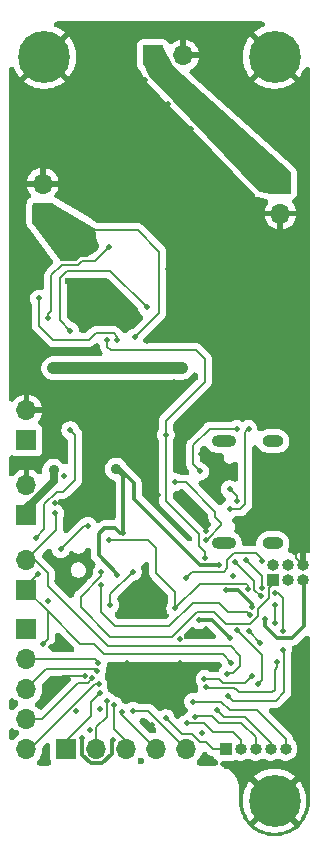
<source format=gbr>
%TF.GenerationSoftware,KiCad,Pcbnew,9.0.0*%
%TF.CreationDate,2025-11-26T22:34:46-05:00*%
%TF.ProjectId,pytheasFC_0.1.0,70797468-6561-4734-9643-5f302e312e30,0.1.0*%
%TF.SameCoordinates,PXbcd3d80PY660b0c0*%
%TF.FileFunction,Copper,L4,Bot*%
%TF.FilePolarity,Positive*%
%FSLAX46Y46*%
G04 Gerber Fmt 4.6, Leading zero omitted, Abs format (unit mm)*
G04 Created by KiCad (PCBNEW 9.0.0) date 2025-11-26 22:34:46*
%MOMM*%
%LPD*%
G01*
G04 APERTURE LIST*
%TA.AperFunction,ComponentPad*%
%ADD10R,1.000000X1.000000*%
%TD*%
%TA.AperFunction,ComponentPad*%
%ADD11O,1.000000X1.000000*%
%TD*%
%TA.AperFunction,ComponentPad*%
%ADD12C,0.700000*%
%TD*%
%TA.AperFunction,ComponentPad*%
%ADD13C,4.400000*%
%TD*%
%TA.AperFunction,ComponentPad*%
%ADD14R,1.700000X1.700000*%
%TD*%
%TA.AperFunction,ComponentPad*%
%ADD15O,1.700000X1.700000*%
%TD*%
%TA.AperFunction,HeatsinkPad*%
%ADD16O,2.100000X1.000000*%
%TD*%
%TA.AperFunction,HeatsinkPad*%
%ADD17O,1.800000X1.000000*%
%TD*%
%TA.AperFunction,ViaPad*%
%ADD18C,0.500000*%
%TD*%
%TA.AperFunction,ViaPad*%
%ADD19C,0.600000*%
%TD*%
%TA.AperFunction,ViaPad*%
%ADD20C,0.900000*%
%TD*%
%TA.AperFunction,Conductor*%
%ADD21C,0.500000*%
%TD*%
%TA.AperFunction,Conductor*%
%ADD22C,0.200000*%
%TD*%
%TA.AperFunction,Conductor*%
%ADD23C,0.150000*%
%TD*%
%TA.AperFunction,Conductor*%
%ADD24C,0.300000*%
%TD*%
%TA.AperFunction,Conductor*%
%ADD25C,0.700000*%
%TD*%
%TA.AperFunction,Conductor*%
%ADD26C,1.000000*%
%TD*%
%TA.AperFunction,Conductor*%
%ADD27C,0.127500*%
%TD*%
G04 APERTURE END LIST*
D10*
%TO.P,J4,1,Pin_1*%
%TO.N,/SWCLK*%
X22860000Y22730000D03*
D11*
%TO.P,J4,2,Pin_2*%
%TO.N,/SWDIO*%
X22860000Y24000000D03*
%TO.P,J4,3,Pin_3*%
%TO.N,unconnected-(J4-Pin_3-Pad3)*%
X24130000Y22730000D03*
%TO.P,J4,4,Pin_4*%
%TO.N,/~{RESET}*%
X24130000Y24000000D03*
%TO.P,J4,5,Pin_5*%
%TO.N,+3V3*%
X25400000Y22730000D03*
%TO.P,J4,6,Pin_6*%
%TO.N,GND*%
X25400000Y24000000D03*
%TD*%
D12*
%TO.P,H1,1,1*%
%TO.N,GND*%
X21350000Y4000000D03*
X21833274Y5166726D03*
X21833274Y2833274D03*
X23000000Y5650000D03*
D13*
X23000000Y4000000D03*
D12*
X23000000Y2350000D03*
X24166726Y5166726D03*
X24166726Y2833274D03*
X24650000Y4000000D03*
%TD*%
%TO.P,H2,1,1*%
%TO.N,GND*%
X21350000Y67000000D03*
X21833274Y68166726D03*
X21833274Y65833274D03*
X23000000Y68650000D03*
D13*
X23000000Y67000000D03*
D12*
X23000000Y65350000D03*
X24166726Y68166726D03*
X24166726Y65833274D03*
X24650000Y67000000D03*
%TD*%
D14*
%TO.P,J14,1,Pin_1*%
%TO.N,+5V*%
X23500000Y56275000D03*
D15*
%TO.P,J14,2,Pin_2*%
%TO.N,GND*%
X23500000Y53735000D03*
%TD*%
D16*
%TO.P,USB,S1,SHIELD*%
%TO.N,/USB_SHIELD*%
X18685000Y25830000D03*
D17*
X22865000Y25830000D03*
D16*
X18685000Y34470000D03*
D17*
X22865000Y34470000D03*
%TD*%
D14*
%TO.P,J10,1,Pin_1*%
%TO.N,/I2C_SCL*%
X2000000Y21860000D03*
D15*
%TO.P,J10,2,Pin_2*%
%TO.N,/I2C_SDA*%
X2000000Y24400000D03*
%TD*%
D14*
%TO.P,J15,1,Pin_1*%
%TO.N,+BATT*%
X3375000Y53725000D03*
D15*
%TO.P,J15,2,Pin_2*%
%TO.N,GND*%
X3375000Y56265000D03*
%TD*%
D14*
%TO.P,J13,1,Pin_1*%
%TO.N,+5V*%
X12725000Y67125000D03*
D15*
%TO.P,J13,2,Pin_2*%
%TO.N,GND*%
X15265000Y67125000D03*
%TD*%
D14*
%TO.P,J9,1,Pin_1*%
%TO.N,+3V3*%
X2000000Y34525000D03*
D15*
%TO.P,J9,2,Pin_2*%
%TO.N,GND*%
X2000000Y37065000D03*
%TD*%
D14*
%TO.P,J8,1,Pin_1*%
%TO.N,+3V3*%
X2000000Y28200000D03*
D15*
%TO.P,J8,2,Pin_2*%
%TO.N,GND*%
X2000000Y30740000D03*
%TD*%
D10*
%TO.P,J7,1,Pin_1*%
%TO.N,/xGPIO10*%
X18860000Y8400000D03*
D11*
%TO.P,J7,2,Pin_2*%
%TO.N,/xGPIO11*%
X20130000Y8400000D03*
%TO.P,J7,3,Pin_3*%
%TO.N,/xGPIO12*%
X21400000Y8400000D03*
%TO.P,J7,4,Pin_4*%
%TO.N,/xGPIO13*%
X22670000Y8400000D03*
%TO.P,J7,5,Pin_5*%
%TO.N,/xGPIO14*%
X23940000Y8400000D03*
%TD*%
D12*
%TO.P,H3,1,1*%
%TO.N,GND*%
X1850000Y67000000D03*
X2333274Y68166726D03*
X2333274Y65833274D03*
X3500000Y68650000D03*
D13*
X3500000Y67000000D03*
D12*
X3500000Y65350000D03*
X4666726Y68166726D03*
X4666726Y65833274D03*
X5150000Y67000000D03*
%TD*%
D14*
%TO.P,J6,1,Pin_1*%
%TO.N,/GPIO5*%
X5380000Y8400000D03*
D15*
%TO.P,J6,2,Pin_2*%
%TO.N,/GPIO6*%
X7920000Y8400000D03*
%TO.P,J6,3,Pin_3*%
%TO.N,/GPIO7*%
X10460000Y8400000D03*
%TO.P,J6,4,Pin_4*%
%TO.N,/GPIO8*%
X13000000Y8400000D03*
%TO.P,J6,5,Pin_5*%
%TO.N,/GPIO9*%
X15540000Y8400000D03*
%TD*%
D14*
%TO.P,J5,1,Pin_1*%
%TO.N,/GPIO0*%
X2000000Y18540000D03*
D15*
%TO.P,J5,2,Pin_2*%
%TO.N,/GPIO1*%
X2000000Y16000000D03*
%TO.P,J5,3,Pin_3*%
%TO.N,/GPIO2*%
X2000000Y13460000D03*
%TO.P,J5,4,Pin_4*%
%TO.N,/GPIO3*%
X2000000Y10920000D03*
%TO.P,J5,5,Pin_5*%
%TO.N,/GPIO4*%
X2000000Y8380000D03*
%TD*%
D18*
%TO.N,GND*%
X23500000Y37000000D03*
X3500000Y36000000D03*
D19*
X25500000Y54000000D03*
D18*
X19794400Y38053165D03*
X15905161Y60923327D03*
X12000000Y59000000D03*
D19*
X19000000Y7000000D03*
X25500000Y40000000D03*
X25500000Y46000000D03*
X1000000Y55000000D03*
D18*
X16694966Y45729163D03*
X14000000Y55000000D03*
X14000000Y63000000D03*
D19*
X25500000Y50000000D03*
X3500000Y49500000D03*
X1000000Y63000000D03*
D18*
X18000000Y47000000D03*
X12000000Y22500000D03*
D19*
X25500000Y11000000D03*
D18*
X23500000Y39000000D03*
X5192937Y31507063D03*
X2000000Y32500000D03*
X3445194Y63000001D03*
X6000000Y61000000D03*
D19*
X1000000Y65000000D03*
D18*
X11000000Y37500000D03*
X10500000Y15700000D03*
X18000000Y53000000D03*
D19*
X25500000Y56000000D03*
X21000000Y69500000D03*
D18*
X7500000Y28500000D03*
X21387689Y43762448D03*
X5044774Y17000000D03*
X15000000Y15700000D03*
X14000000Y51000000D03*
X17159233Y26855874D03*
X23500000Y47000000D03*
D19*
X25500000Y13000000D03*
X25500000Y65000000D03*
D18*
X16000000Y59000000D03*
X14000000Y57000000D03*
X10000000Y65000000D03*
X15000000Y17700000D03*
X15348258Y47311071D03*
D19*
X1052562Y12274485D03*
D18*
X10500000Y13600000D03*
D19*
X25500000Y44000000D03*
D18*
X15538336Y31898031D03*
X23500000Y43000000D03*
X12000000Y61000000D03*
X3790207Y13265673D03*
X10000000Y63000000D03*
X17220900Y18519825D03*
D19*
X3663687Y7392632D03*
D18*
X8000000Y61000000D03*
X3462265Y58988328D03*
X14000000Y59000000D03*
D19*
X25500000Y58000000D03*
X17000000Y7500000D03*
D18*
X19500000Y23080000D03*
X12000000Y53000000D03*
X14000000Y53000000D03*
D19*
X1000000Y61000000D03*
D18*
X23500000Y45000000D03*
X13100000Y29900000D03*
X18000000Y51000000D03*
D19*
X13000000Y69500000D03*
D18*
X6916088Y14601000D03*
D19*
X1000000Y49500000D03*
X11687032Y7358490D03*
X15000000Y69500000D03*
X1000000Y57000000D03*
D18*
X16000000Y51000000D03*
D19*
X25500000Y38000000D03*
X25500000Y15000000D03*
X25500000Y34000000D03*
D18*
X21842914Y37097192D03*
X7370000Y10000000D03*
X23045467Y40947639D03*
X3787561Y20947639D03*
X12000000Y65000000D03*
D19*
X25500000Y42000000D03*
X19000000Y69500000D03*
X25500000Y48000000D03*
D18*
X17696571Y38056958D03*
X4584849Y22611198D03*
X16000000Y55000000D03*
X12180649Y42963670D03*
D19*
X25500000Y7000000D03*
D18*
X16000000Y57000000D03*
X12800000Y13600000D03*
D19*
X1000000Y59000000D03*
D18*
X12618116Y10457007D03*
D19*
X25500000Y52000000D03*
X25500000Y26000000D03*
D18*
X20900000Y27300000D03*
X16000000Y53000000D03*
X9000000Y35000000D03*
D19*
X7500000Y69500000D03*
D18*
X1000000Y38500000D03*
X6198094Y11578259D03*
D19*
X5500000Y69500000D03*
D18*
X5800000Y24500000D03*
D19*
X1000000Y53000000D03*
D18*
X4116620Y17000000D03*
X16698868Y36088109D03*
D19*
X25500000Y30000000D03*
D18*
X16695075Y37116159D03*
X16848813Y9752220D03*
X6000000Y45050000D03*
X6000000Y65000000D03*
X16638063Y43748933D03*
D19*
X25500000Y28000000D03*
X25500000Y32000000D03*
D18*
X14000000Y61000000D03*
X19627484Y40977987D03*
D19*
X17000000Y69500000D03*
D18*
X14000000Y49000000D03*
X21600000Y33000000D03*
X899000Y47000000D03*
X11500000Y39000000D03*
D19*
X25500000Y17000000D03*
D18*
X9000000Y37500000D03*
X16801987Y33344465D03*
X23500000Y49000000D03*
X16000000Y49000000D03*
X4418839Y29216233D03*
D19*
X25500000Y9000000D03*
D18*
X8000000Y65000000D03*
X8192349Y11782747D03*
X12000000Y55000000D03*
X12000000Y57000000D03*
X2500000Y43000000D03*
X21425624Y38129036D03*
X15000000Y13600000D03*
X10000000Y61000000D03*
D19*
X1097354Y9719971D03*
D18*
X12000000Y63000000D03*
X23500000Y51000000D03*
D19*
X25500000Y36000000D03*
D18*
X10500000Y35000000D03*
X14500000Y39500000D03*
X18000000Y49000000D03*
X8000000Y63000000D03*
X6000000Y63000000D03*
D19*
X5500000Y48000000D03*
D18*
%TO.N,+3V3*%
X19200000Y17800000D03*
X16600000Y19300000D03*
D20*
X4300000Y32000000D03*
D18*
X10200000Y26700000D03*
X9700000Y23100000D03*
X18900000Y21900000D03*
X9300000Y9200000D03*
X18272183Y23950000D03*
X22200000Y19400000D03*
X6700000Y9300000D03*
D20*
X9600000Y32100000D03*
D18*
X21089990Y20455888D03*
%TO.N,/I2C_SDA*%
X19000000Y14780000D03*
X4449091Y28350909D03*
%TO.N,/I2C_SCL*%
X3000000Y23200000D03*
X3400000Y17300000D03*
X19300000Y15700000D03*
%TO.N,/~{RESET}*%
X9000000Y26100000D03*
X14600000Y20300000D03*
X20727059Y21952309D03*
D20*
%TO.N,+5V*%
X15150000Y40650000D03*
X4250000Y40650000D03*
D18*
%TO.N,/PVDD*%
X5700000Y43800000D03*
X12200000Y45800000D03*
%TO.N,/SW*%
X9000000Y50900000D03*
X3800000Y44900000D03*
D20*
%TO.N,+BATT*%
X5487209Y50178936D03*
X7700000Y51000000D03*
D18*
X7400000Y52300000D03*
X11150000Y43250000D03*
%TO.N,/BMP_INT*%
X21950813Y22029909D03*
X14600000Y31000000D03*
X23050000Y21600000D03*
X23700000Y18400000D03*
X19100000Y12900000D03*
X20600000Y24400000D03*
X23700000Y16800000D03*
X17200000Y26100000D03*
%TO.N,/SDO*%
X7200000Y27300000D03*
X4900000Y25300000D03*
%TO.N,/GPIO5*%
X8200000Y13100000D03*
%TO.N,/PG_5V*%
X19690100Y24258429D03*
X21838909Y21338909D03*
X17100000Y24600000D03*
X8850000Y43000000D03*
X17240150Y13654595D03*
X23038909Y20561091D03*
X23000000Y19100000D03*
X23200000Y15800000D03*
X13800000Y35000000D03*
%TO.N,/xGPIO11*%
X15590822Y10569096D03*
%TO.N,/GPIO9*%
X10999887Y11639019D03*
%TO.N,/GPIO7*%
X9400000Y12100000D03*
%TO.N,/xGPIO12*%
X16238245Y11117970D03*
%TO.N,/~{MCU_LED_STAT}*%
X17065934Y14332571D03*
X21800000Y17400000D03*
X8338909Y22261091D03*
X21100000Y14600000D03*
X2800000Y26300000D03*
X5700000Y35400000D03*
X20899999Y19777818D03*
X20825735Y18374265D03*
%TO.N,/xGPIO13*%
X18100000Y11700000D03*
%TO.N,/xGPIO10*%
X13800000Y11000000D03*
%TO.N,/SWCLK*%
X8350000Y23350000D03*
%TO.N,/GPIO2*%
X7965683Y14984438D03*
%TO.N,/SWDIO*%
X11000000Y23400000D03*
X9100000Y20600000D03*
X15500000Y22900000D03*
X21976645Y24298827D03*
%TO.N,/GPIO8*%
X10121182Y11522370D03*
%TO.N,/GPIO3*%
X7585590Y14396621D03*
%TO.N,/GPIO4*%
X8100000Y13883438D03*
%TO.N,/GPIO6*%
X8800000Y12500000D03*
%TO.N,/xGPIO14*%
X16100000Y12400000D03*
%TO.N,/GPIO1*%
X8075735Y15675735D03*
%TO.N,/USB_CC2*%
X19800000Y35500000D03*
X16700000Y31900000D03*
%TO.N,/USB_o_D-*%
X19200000Y30400000D03*
X19800859Y29371737D03*
%TO.N,/USB_CC1*%
X19200000Y28700000D03*
X20800000Y35500000D03*
%TO.N,/RESET_o*%
X19800000Y18450000D03*
X21600000Y13900000D03*
%TO.N,/EN*%
X3050000Y46550000D03*
X9686091Y42986091D03*
%TD*%
D21*
%TO.N,GND*%
X6000000Y47500000D02*
X6000000Y45050000D01*
D22*
X25400000Y24000000D02*
X24823381Y24576619D01*
D23*
X4422633Y29212439D02*
X6787561Y29212439D01*
X4418839Y29216233D02*
X4422633Y29212439D01*
D22*
X24823381Y25323381D02*
X25500000Y26000000D01*
X24823381Y24576619D02*
X24823381Y25323381D01*
X5125534Y14601000D02*
X3790207Y13265673D01*
D21*
X5500000Y48000000D02*
X6000000Y47500000D01*
D22*
X6916088Y14601000D02*
X5125534Y14601000D01*
D23*
X6787561Y29212439D02*
X7500000Y28500000D01*
D24*
%TO.N,+3V3*%
X9900000Y26700000D02*
X9500000Y27100000D01*
X10200000Y26700000D02*
X10200000Y31300000D01*
D25*
X4300000Y31068567D02*
X4300000Y32000000D01*
D24*
X16600000Y19300000D02*
X17700000Y19300000D01*
X9822499Y32193844D02*
X9728655Y32100000D01*
D26*
X2000000Y28200000D02*
X2000000Y28537134D01*
D24*
X17700000Y19300000D02*
X19200000Y17800000D01*
X10200000Y31500000D02*
X9600000Y32100000D01*
X18900000Y21900000D02*
X19900000Y21900000D01*
X9300000Y9200000D02*
X9300000Y9140182D01*
D25*
X2000000Y28537134D02*
X2000000Y28768567D01*
X2570433Y29339000D02*
X2580314Y29339000D01*
D24*
X6700000Y7921529D02*
X6700000Y9300000D01*
X9200000Y7981529D02*
X8417471Y7199000D01*
X10200000Y31363023D02*
X10406958Y31569981D01*
X25400000Y22600000D02*
X25400000Y22730000D01*
X19900000Y21900000D02*
X21089990Y20710010D01*
X22200000Y18800000D02*
X23200000Y17800000D01*
X16700000Y24000000D02*
X11100000Y29600000D01*
X10200000Y31300000D02*
X10200000Y31500000D01*
X7422529Y7199000D02*
X6700000Y7921529D01*
X9300000Y9140182D02*
X9200000Y9040182D01*
X11100000Y29600000D02*
X11100000Y30916343D01*
X25500000Y22630000D02*
X25400000Y22730000D01*
X8100000Y24800000D02*
X8200000Y24700000D01*
X22200000Y19400000D02*
X22200000Y18800000D01*
X24500000Y17800000D02*
X25500000Y18800000D01*
X9200000Y9040182D02*
X9200000Y7981529D01*
X25500000Y18800000D02*
X25500000Y22630000D01*
D25*
X3401000Y30159686D02*
X3401000Y30169567D01*
D24*
X9700000Y23200000D02*
X9700000Y23100000D01*
X18272183Y23950000D02*
X18222183Y24000000D01*
D25*
X2000000Y28768567D02*
X2570433Y29339000D01*
D24*
X18222183Y24000000D02*
X16700000Y24000000D01*
X8417471Y7199000D02*
X7422529Y7199000D01*
X21089990Y20710010D02*
X21089990Y20455888D01*
X8100000Y26600000D02*
X8100000Y24800000D01*
D25*
X3401000Y30169567D02*
X4300000Y31068567D01*
D24*
X10200000Y26700000D02*
X9900000Y26700000D01*
X8200000Y24700000D02*
X9700000Y23200000D01*
X11100000Y30916343D02*
X9822499Y32193844D01*
X23200000Y17800000D02*
X24500000Y17800000D01*
X10200000Y31300000D02*
X10200000Y31363023D01*
X9728655Y32100000D02*
X9600000Y32100000D01*
D25*
X2580314Y29339000D02*
X3401000Y30159686D01*
D24*
X8600000Y27100000D02*
X8100000Y26600000D01*
X9500000Y27100000D02*
X8600000Y27100000D01*
D22*
%TO.N,/I2C_SDA*%
X20100000Y16300000D02*
X19300000Y17100000D01*
X4500000Y26900000D02*
X2000000Y24400000D01*
X4500000Y28300000D02*
X4500000Y26900000D01*
X3800000Y22200000D02*
X3800000Y23300000D01*
X2700000Y24400000D02*
X2000000Y24400000D01*
X19500000Y14800000D02*
X20100000Y15400000D01*
X19300000Y17100000D02*
X8900000Y17100000D01*
X19020000Y14800000D02*
X19500000Y14800000D01*
X8900000Y17100000D02*
X3800000Y22200000D01*
X3800000Y23300000D02*
X2700000Y24400000D01*
X19000000Y14780000D02*
X19020000Y14800000D01*
X20100000Y15400000D02*
X20100000Y16300000D01*
X4449091Y28350909D02*
X4500000Y28300000D01*
%TO.N,/I2C_SCL*%
X18600000Y16400000D02*
X8600000Y16400000D01*
X7700000Y17300000D02*
X6560000Y17300000D01*
X19300000Y15700000D02*
X18600000Y16400000D01*
X2000000Y22200000D02*
X3000000Y23200000D01*
X3800000Y17700000D02*
X3800000Y20060000D01*
X3800000Y20060000D02*
X2000000Y21860000D01*
X3400000Y17300000D02*
X3800000Y17700000D01*
X2000000Y21860000D02*
X2000000Y22200000D01*
X8600000Y16400000D02*
X7700000Y17300000D01*
X6560000Y17300000D02*
X3800000Y20060000D01*
%TO.N,/~{RESET}*%
X13000000Y23300000D02*
X13000000Y25400000D01*
X12300000Y26100000D02*
X9000000Y26100000D01*
X14600000Y20300000D02*
X14600000Y21700000D01*
X20727059Y22272941D02*
X20600000Y22400000D01*
X13000000Y25400000D02*
X12300000Y26100000D01*
X20600000Y22400000D02*
X16700000Y22400000D01*
X16700000Y22400000D02*
X14600000Y20300000D01*
X14600000Y21700000D02*
X13000000Y23300000D01*
X20727059Y21952309D02*
X20727059Y22272941D01*
D26*
%TO.N,+5V*%
X15150000Y40650000D02*
X4250000Y40650000D01*
D22*
%TO.N,/PVDD*%
X4800000Y48300000D02*
X5400000Y48900000D01*
X5400000Y48900000D02*
X9100000Y48900000D01*
X5700000Y43800000D02*
X4800000Y44700000D01*
X4800000Y44700000D02*
X4800000Y48300000D01*
X9100000Y48900000D02*
X12200000Y45800000D01*
%TO.N,/SW*%
X3800000Y44900000D02*
X3800000Y45200000D01*
X5000000Y49400000D02*
X6400000Y49400000D01*
X6700000Y49700000D02*
X7800000Y49700000D01*
X6400000Y49400000D02*
X6700000Y49700000D01*
X7800000Y49700000D02*
X9000000Y50900000D01*
X4100000Y48500000D02*
X5000000Y49400000D01*
X4100000Y45500000D02*
X4100000Y48500000D01*
X3800000Y45200000D02*
X4100000Y45500000D01*
%TO.N,+BATT*%
X13250000Y50500000D02*
X11450000Y52300000D01*
X11150000Y43250000D02*
X13250000Y45350000D01*
X11450000Y52300000D02*
X7400000Y52300000D01*
X13250000Y45350000D02*
X13250000Y50500000D01*
%TO.N,/BMP_INT*%
X23800000Y14400000D02*
X23800000Y16700000D01*
X17334000Y26100000D02*
X17334000Y26161785D01*
X21800000Y12500000D02*
X23100000Y12500000D01*
X15500000Y31000000D02*
X14600000Y31000000D01*
X23050000Y21600000D02*
X23300000Y21600000D01*
X21950813Y22029909D02*
X21950813Y23049187D01*
X17200000Y26100000D02*
X17334000Y26100000D01*
X23100000Y12500000D02*
X23800000Y13200000D01*
X23800000Y16700000D02*
X23700000Y16800000D01*
X19100000Y12900000D02*
X19500000Y12500000D01*
X23300000Y21600000D02*
X23700000Y21200000D01*
X21950813Y23049187D02*
X20600000Y24400000D01*
X18000000Y28000000D02*
X18000000Y28500000D01*
X18500000Y27500000D02*
X18000000Y28000000D01*
X23800000Y13200000D02*
X23800000Y14400000D01*
X17334000Y26161785D02*
X18500000Y27327785D01*
X23700000Y21200000D02*
X23700000Y18400000D01*
X19500000Y12500000D02*
X21800000Y12500000D01*
X18000000Y28500000D02*
X15500000Y31000000D01*
X18500000Y27327785D02*
X18500000Y27500000D01*
%TO.N,/SDO*%
X7200000Y27300000D02*
X6900000Y27300000D01*
X6900000Y27300000D02*
X4900000Y25300000D01*
%TO.N,/GPIO5*%
X7500000Y11200000D02*
X5380000Y9080000D01*
X8200000Y13100000D02*
X7500000Y12400000D01*
X5380000Y9080000D02*
X5380000Y8400000D01*
X7500000Y12400000D02*
X7500000Y11200000D01*
%TO.N,/PG_5V*%
X23000000Y20522182D02*
X23038909Y20561091D01*
X21300000Y22300000D02*
X21300000Y22648529D01*
X17100000Y41400000D02*
X17100000Y40050000D01*
X17100000Y25100000D02*
X16600000Y25600000D01*
X22800000Y13200000D02*
X23000000Y13400000D01*
X13800000Y36200000D02*
X13800000Y35000000D01*
X23000000Y19100000D02*
X23000000Y20522182D01*
X8850000Y42450000D02*
X9150000Y42150000D01*
X21300000Y21877818D02*
X21300000Y22300000D01*
X19601000Y13599000D02*
X19800000Y13400000D01*
X21838909Y21338909D02*
X21300000Y21877818D01*
X16600000Y25600000D02*
X16600000Y26600000D01*
X17100000Y40050000D02*
X17100000Y39500000D01*
X21300000Y22648529D02*
X19690100Y24258429D01*
X23200000Y15300000D02*
X23200000Y15800000D01*
X17295745Y13599000D02*
X19601000Y13599000D01*
X16600000Y41900000D02*
X17100000Y41400000D01*
X16350000Y42150000D02*
X16600000Y41900000D01*
X17240150Y13654595D02*
X17295745Y13599000D01*
X9150000Y42150000D02*
X16350000Y42150000D01*
X17100000Y39500000D02*
X15900000Y38300000D01*
X13800000Y29400000D02*
X13800000Y35000000D01*
X20000000Y13200000D02*
X22800000Y13200000D01*
X15900000Y38300000D02*
X13800000Y36200000D01*
X8850000Y43000000D02*
X8850000Y42450000D01*
X23000000Y15100000D02*
X23200000Y15300000D01*
X23000000Y13400000D02*
X23000000Y15100000D01*
X17100000Y24600000D02*
X17100000Y25100000D01*
X19800000Y13400000D02*
X20000000Y13200000D01*
X16600000Y26600000D02*
X13800000Y29400000D01*
%TO.N,/xGPIO11*%
X15590822Y10569096D02*
X16007887Y10569096D01*
X16010013Y10566970D02*
X16466477Y10566970D01*
X17800000Y9800000D02*
X19500000Y9800000D01*
X17030904Y10569096D02*
X17800000Y9800000D01*
X16468603Y10569096D02*
X17030904Y10569096D01*
X16466477Y10566970D02*
X16468603Y10569096D01*
X16007887Y10569096D02*
X16010013Y10566970D01*
X19500000Y9800000D02*
X20130000Y9170000D01*
X20130000Y9170000D02*
X20130000Y8400000D01*
%TO.N,/GPIO9*%
X10999887Y11639019D02*
X12300981Y11639019D01*
X12300981Y11639019D02*
X15540000Y8400000D01*
%TO.N,/GPIO7*%
X9400000Y10100000D02*
X9400000Y12100000D01*
X10460000Y8400000D02*
X10460000Y9040000D01*
X10460000Y9040000D02*
X9400000Y10100000D01*
%TO.N,/xGPIO12*%
X16334184Y11213909D02*
X17686091Y11213909D01*
X20200000Y10600000D02*
X21400000Y9400000D01*
X17686091Y11213909D02*
X18300000Y10600000D01*
X16238245Y11117970D02*
X16334184Y11213909D01*
X21400000Y9400000D02*
X21400000Y8400000D01*
X18300000Y10600000D02*
X20200000Y10600000D01*
%TO.N,/~{MCU_LED_STAT}*%
X18600000Y14000000D02*
X20500000Y14000000D01*
X20825735Y18374265D02*
X21800000Y17400000D01*
X14100000Y18800000D02*
X9500000Y18800000D01*
X20663172Y20014645D02*
X19085355Y20014645D01*
X4600000Y30200000D02*
X5100000Y30200000D01*
X3500000Y27000000D02*
X3500000Y29100000D01*
X6100000Y35000000D02*
X5700000Y35400000D01*
X9500000Y18800000D02*
X8300000Y20000000D01*
X8300000Y22222182D02*
X8338909Y22261091D01*
X8300000Y20000000D02*
X8300000Y22222182D01*
X18300000Y20800000D02*
X16100000Y20800000D01*
X17065934Y14332571D02*
X18267429Y14332571D01*
X5100000Y30200000D02*
X6100000Y31200000D01*
X3500000Y29100000D02*
X4600000Y30200000D01*
X16100000Y20800000D02*
X14100000Y18800000D01*
X19085355Y20014645D02*
X18300000Y20800000D01*
X6100000Y31200000D02*
X6100000Y35000000D01*
X20899999Y19777818D02*
X20663172Y20014645D01*
X20500000Y14000000D02*
X21100000Y14600000D01*
X18267429Y14332571D02*
X18600000Y14000000D01*
X2800000Y26300000D02*
X3500000Y27000000D01*
%TO.N,/xGPIO13*%
X18100000Y11700000D02*
X18700000Y11100000D01*
X22670000Y8930000D02*
X22670000Y8400000D01*
X20500000Y11100000D02*
X22670000Y8930000D01*
X18700000Y11100000D02*
X20500000Y11100000D01*
%TO.N,/xGPIO10*%
X16660879Y9000000D02*
X17200000Y9000000D01*
X15159638Y9640362D02*
X16020517Y9640362D01*
X17800000Y8400000D02*
X18860000Y8400000D01*
X17200000Y9000000D02*
X17800000Y8400000D01*
X16020517Y9640362D02*
X16660879Y9000000D01*
X13800000Y11000000D02*
X15159638Y9640362D01*
%TO.N,/SWCLK*%
X22500000Y22000000D02*
X22500000Y21150000D01*
X20900000Y19000000D02*
X18900000Y19000000D01*
X22500000Y21150000D02*
X21600000Y20250000D01*
X14300000Y17900000D02*
X9100000Y17900000D01*
X21600000Y19700000D02*
X20900000Y19000000D01*
X16400000Y20000000D02*
X14300000Y17900000D01*
X9100000Y17900000D02*
X6600000Y20400000D01*
X22860000Y22730000D02*
X22860000Y22360000D01*
X21600000Y20250000D02*
X21600000Y19700000D01*
X18900000Y19000000D02*
X17900000Y20000000D01*
X17900000Y20000000D02*
X16400000Y20000000D01*
X6600000Y21300000D02*
X8350000Y23050000D01*
X22860000Y22360000D02*
X22500000Y22000000D01*
X6600000Y20400000D02*
X6600000Y21300000D01*
X8350000Y23050000D02*
X8350000Y23350000D01*
%TO.N,/GPIO2*%
X7799121Y15151000D02*
X3691000Y15151000D01*
X7965683Y14984438D02*
X7799121Y15151000D01*
X3691000Y15151000D02*
X2000000Y13460000D01*
%TO.N,/SWDIO*%
X21400000Y25000000D02*
X19600000Y25000000D01*
X19000000Y23700000D02*
X18700000Y23400000D01*
X21925472Y24474528D02*
X21400000Y25000000D01*
X21925472Y24350000D02*
X21925472Y24474528D01*
X19000000Y24400000D02*
X19000000Y23700000D01*
X18700000Y23400000D02*
X16000000Y23400000D01*
X19600000Y25000000D02*
X19000000Y24400000D01*
X21976645Y24298827D02*
X21925472Y24350000D01*
X16000000Y23400000D02*
X15500000Y22900000D01*
X9100000Y20600000D02*
X9100000Y21500000D01*
X9100000Y21500000D02*
X11000000Y23400000D01*
%TO.N,/GPIO8*%
X10000000Y11401188D02*
X10000000Y11400000D01*
X10000000Y11400000D02*
X13000000Y8400000D01*
X10121182Y11522370D02*
X10000000Y11401188D01*
%TO.N,/GPIO3*%
X3320000Y10920000D02*
X2000000Y10920000D01*
X6400000Y14000000D02*
X3320000Y10920000D01*
X7188969Y14000000D02*
X6400000Y14000000D01*
X7585590Y14396621D02*
X7188969Y14000000D01*
%TO.N,/GPIO4*%
X8100000Y13883438D02*
X7783438Y13883438D01*
X7783438Y13883438D02*
X2280000Y8380000D01*
X2280000Y8380000D02*
X2000000Y8380000D01*
%TO.N,/GPIO6*%
X8800000Y12500000D02*
X8800000Y11100000D01*
X7920000Y10220000D02*
X7920000Y8400000D01*
X8800000Y11100000D02*
X7920000Y10220000D01*
%TO.N,/xGPIO14*%
X19200000Y11700000D02*
X18500000Y12400000D01*
X18500000Y12400000D02*
X16100000Y12400000D01*
X23940000Y8400000D02*
X23940000Y9260000D01*
X21500000Y11700000D02*
X19200000Y11700000D01*
X23940000Y9260000D02*
X21500000Y11700000D01*
%TO.N,/GPIO1*%
X8075735Y15675735D02*
X8075735Y15744344D01*
X8075735Y15744344D02*
X7820079Y16000000D01*
X7820079Y16000000D02*
X2000000Y16000000D01*
%TO.N,/USB_CC2*%
X16111562Y34111562D02*
X16111562Y32488438D01*
X16111562Y32488438D02*
X16700000Y31900000D01*
X17500000Y35500000D02*
X16111562Y34111562D01*
X19800000Y35500000D02*
X17500000Y35500000D01*
D27*
%TO.N,/USB_o_D-*%
X19800859Y29371737D02*
X19800000Y29372596D01*
X19800000Y29800000D02*
X19200000Y30400000D01*
X19800000Y29372596D02*
X19800000Y29800000D01*
D22*
%TO.N,/USB_CC1*%
X20800000Y35500000D02*
X20500000Y35200000D01*
X20100000Y28700000D02*
X19200000Y28700000D01*
X20500000Y35200000D02*
X20500000Y29100000D01*
X20500000Y29100000D02*
X20100000Y28700000D01*
%TO.N,/RESET_o*%
X21900000Y16350000D02*
X19800000Y18450000D01*
X21900000Y14200000D02*
X21900000Y16350000D01*
X21600000Y13900000D02*
X21900000Y14200000D01*
%TO.N,/EN*%
X9686091Y42986091D02*
X9686091Y43313909D01*
X7850000Y43600000D02*
X7300000Y43050000D01*
X9686091Y43313909D02*
X9400000Y43600000D01*
X4250000Y43050000D02*
X3050000Y44250000D01*
X9400000Y43600000D02*
X7850000Y43600000D01*
X3050000Y44250000D02*
X3050000Y46550000D01*
X7300000Y43050000D02*
X4250000Y43050000D01*
%TD*%
%TA.AperFunction,Conductor*%
%TO.N,GND*%
G36*
X25845788Y18008460D02*
G01*
X25926570Y17954484D01*
X25980546Y17873702D01*
X25999500Y17778414D01*
X25999500Y7100000D01*
X20700000Y7100000D01*
X19049706Y6703930D01*
X19006893Y6728648D01*
X18886697Y6798043D01*
X18886695Y6798044D01*
X18886693Y6798045D01*
X18886689Y6798047D01*
X18644415Y6898400D01*
X18601174Y6909986D01*
X18514039Y6952957D01*
X18449981Y7026003D01*
X18418752Y7118002D01*
X18425107Y7214949D01*
X18468078Y7302084D01*
X18541124Y7366142D01*
X18633123Y7397371D01*
X18665611Y7399501D01*
X19407872Y7399501D01*
X19467483Y7405909D01*
X19602331Y7456204D01*
X19602333Y7456206D01*
X19611442Y7459603D01*
X19707346Y7475143D01*
X19793741Y7456350D01*
X19838165Y7437949D01*
X20031459Y7399500D01*
X20228541Y7399500D01*
X20421835Y7437949D01*
X20603914Y7513368D01*
X20603917Y7513371D01*
X20603919Y7513371D01*
X20626661Y7528567D01*
X20716420Y7565748D01*
X20813575Y7565749D01*
X20903330Y7528573D01*
X20903338Y7528568D01*
X20903339Y7528567D01*
X20926080Y7513371D01*
X20926084Y7513369D01*
X20926086Y7513368D01*
X21108165Y7437949D01*
X21108167Y7437949D01*
X21108169Y7437948D01*
X21269234Y7405910D01*
X21301459Y7399500D01*
X21498541Y7399500D01*
X21691835Y7437949D01*
X21873914Y7513368D01*
X21873917Y7513371D01*
X21873919Y7513371D01*
X21896661Y7528567D01*
X21986420Y7565748D01*
X22083575Y7565749D01*
X22173330Y7528573D01*
X22173338Y7528568D01*
X22173339Y7528567D01*
X22196080Y7513371D01*
X22196084Y7513369D01*
X22196086Y7513368D01*
X22378165Y7437949D01*
X22378167Y7437949D01*
X22378169Y7437948D01*
X22539234Y7405910D01*
X22571459Y7399500D01*
X22768541Y7399500D01*
X22961835Y7437949D01*
X23143914Y7513368D01*
X23143917Y7513371D01*
X23143919Y7513371D01*
X23166661Y7528567D01*
X23256420Y7565748D01*
X23353575Y7565749D01*
X23443330Y7528573D01*
X23443338Y7528568D01*
X23443339Y7528567D01*
X23466080Y7513371D01*
X23466084Y7513369D01*
X23466086Y7513368D01*
X23648165Y7437949D01*
X23648167Y7437949D01*
X23648169Y7437948D01*
X23809234Y7405910D01*
X23841459Y7399500D01*
X24038541Y7399500D01*
X24231835Y7437949D01*
X24413914Y7513368D01*
X24577782Y7622861D01*
X24717139Y7762218D01*
X24826632Y7926086D01*
X24902051Y8108165D01*
X24940500Y8301459D01*
X24940500Y8498541D01*
X24902051Y8691835D01*
X24826632Y8873914D01*
X24717139Y9037782D01*
X24667105Y9087816D01*
X24613430Y9141492D01*
X24559454Y9222274D01*
X24543393Y9279714D01*
X24540500Y9298526D01*
X24540500Y9339057D01*
X24529395Y9380500D01*
X24499577Y9491785D01*
X24499576Y9491786D01*
X24499576Y9491788D01*
X24499576Y9491789D01*
X24468590Y9545457D01*
X24468589Y9545458D01*
X24420520Y9628716D01*
X24308716Y9740520D01*
X24308713Y9740522D01*
X22574805Y11474430D01*
X22520829Y11555212D01*
X22501875Y11650500D01*
X22520829Y11745788D01*
X22574805Y11826570D01*
X22655587Y11880546D01*
X22750875Y11899500D01*
X23005666Y11899500D01*
X23005682Y11899499D01*
X23020943Y11899499D01*
X23179056Y11899499D01*
X23179057Y11899499D01*
X23331785Y11940423D01*
X23381904Y11969361D01*
X23468716Y12019480D01*
X23580520Y12131284D01*
X23580521Y12131287D01*
X24168713Y12719479D01*
X24168716Y12719480D01*
X24280520Y12831284D01*
X24359577Y12968216D01*
X24368227Y13000500D01*
X24392550Y13091272D01*
X24392550Y13091275D01*
X24392553Y13091284D01*
X24400500Y13120942D01*
X24400500Y13279057D01*
X24400500Y14479057D01*
X24400500Y16480479D01*
X24401807Y16505960D01*
X24405530Y16542151D01*
X24421658Y16581087D01*
X24450500Y16726082D01*
X24450500Y16873918D01*
X24443355Y16909835D01*
X24447192Y16947125D01*
X24450669Y16958411D01*
X24450669Y16970219D01*
X24464869Y17004504D01*
X24475798Y17039974D01*
X24483329Y17049071D01*
X24487848Y17059979D01*
X24514088Y17086221D01*
X24537758Y17114807D01*
X24548196Y17120329D01*
X24556546Y17128678D01*
X24590829Y17142880D01*
X24623639Y17160234D01*
X24635396Y17161341D01*
X24646301Y17165858D01*
X24689744Y17174499D01*
X24808127Y17223535D01*
X24842054Y17246204D01*
X24914669Y17294723D01*
X25574430Y17954484D01*
X25655212Y18008460D01*
X25750500Y18027414D01*
X25845788Y18008460D01*
G37*
%TD.AperFunction*%
%TA.AperFunction,Conductor*%
G36*
X3875789Y8909173D02*
G01*
X3956570Y8855196D01*
X4010546Y8774415D01*
X4029500Y8679127D01*
X4029500Y7502135D01*
X4029500Y7502132D01*
X4029501Y7502128D01*
X4029708Y7500207D01*
X4035908Y7442520D01*
X4035909Y7442515D01*
X4075445Y7336515D01*
X4090985Y7240611D01*
X4068642Y7146060D01*
X4011816Y7067257D01*
X3929159Y7016199D01*
X3842144Y7000500D01*
X3131536Y7000500D01*
X3036248Y7019454D01*
X2955466Y7073430D01*
X2901490Y7154212D01*
X2882536Y7249500D01*
X2901490Y7344788D01*
X2955466Y7425570D01*
X2989499Y7459603D01*
X3030104Y7500208D01*
X3155051Y7672184D01*
X3251557Y7861588D01*
X3317246Y8063757D01*
X3350500Y8273713D01*
X3350500Y8486287D01*
X3350500Y8496070D01*
X3350729Y8496070D01*
X3350349Y8497978D01*
X3357942Y8536155D01*
X3362499Y8574809D01*
X3367360Y8583499D01*
X3369303Y8593266D01*
X3390929Y8625633D01*
X3409931Y8659599D01*
X3423266Y8674033D01*
X3604432Y8855198D01*
X3685212Y8909173D01*
X3780501Y8928127D01*
X3875789Y8909173D01*
G37*
%TD.AperFunction*%
%TA.AperFunction,Conductor*%
G36*
X17145928Y8166454D02*
G01*
X17230696Y8118983D01*
X17245054Y8105711D01*
X17319478Y8031287D01*
X17319480Y8031284D01*
X17431284Y7919480D01*
X17504715Y7877085D01*
X17568215Y7840423D01*
X17720943Y7799500D01*
X17737989Y7799500D01*
X17772630Y7787308D01*
X17792541Y7775515D01*
X17814457Y7768076D01*
X17833933Y7750998D01*
X17856222Y7737795D01*
X17870105Y7719277D01*
X17887504Y7704020D01*
X17908508Y7671763D01*
X17916202Y7657673D01*
X17916203Y7657672D01*
X17916204Y7657669D01*
X18002454Y7542454D01*
X18117475Y7456349D01*
X18127513Y7448835D01*
X18192436Y7376557D01*
X18224758Y7284936D01*
X18219557Y7187920D01*
X18177626Y7100280D01*
X18105348Y7035357D01*
X18013727Y7003035D01*
X17978292Y7000501D01*
X16651536Y7000501D01*
X16556248Y7019455D01*
X16475466Y7073431D01*
X16421490Y7154213D01*
X16402536Y7249501D01*
X16421490Y7344789D01*
X16475463Y7425568D01*
X16570104Y7520208D01*
X16695051Y7692184D01*
X16791557Y7881588D01*
X16793852Y7888649D01*
X16832171Y8006585D01*
X16879642Y8091353D01*
X16955939Y8151501D01*
X17049447Y8177873D01*
X17145928Y8166454D01*
G37*
%TD.AperFunction*%
%TA.AperFunction,Conductor*%
G36*
X844788Y10149980D02*
G01*
X925570Y10096004D01*
X950943Y10066295D01*
X969896Y10040208D01*
X1120207Y9889897D01*
X1173131Y9851445D01*
X1239080Y9780101D01*
X1272707Y9688951D01*
X1268892Y9591871D01*
X1228217Y9503641D01*
X1200465Y9471585D01*
X1187625Y9459086D01*
X1120208Y9410104D01*
X969896Y9259792D01*
X938438Y9216494D01*
X923193Y9201652D01*
X899947Y9186567D01*
X879602Y9167760D01*
X859590Y9160378D01*
X841695Y9148764D01*
X814445Y9143723D01*
X788452Y9134133D01*
X767139Y9134971D01*
X746161Y9131089D01*
X719057Y9136860D01*
X691372Y9137947D01*
X671999Y9146879D01*
X651135Y9151320D01*
X628304Y9167022D01*
X603141Y9178622D01*
X588661Y9194286D01*
X571085Y9206374D01*
X555999Y9229620D01*
X537193Y9249965D01*
X529810Y9269977D01*
X518197Y9287872D01*
X513155Y9315122D01*
X503566Y9341115D01*
X500500Y9380067D01*
X500500Y9919934D01*
X519454Y10015222D01*
X573430Y10096004D01*
X654212Y10149980D01*
X749500Y10168934D01*
X844788Y10149980D01*
G37*
%TD.AperFunction*%
%TA.AperFunction,Conductor*%
G36*
X12044394Y11019565D02*
G01*
X12125176Y10965589D01*
X12125178Y10965586D01*
X12933651Y10157112D01*
X12987627Y10076331D01*
X13006581Y9981043D01*
X12987627Y9885755D01*
X12933650Y9804973D01*
X12852869Y9750997D01*
X12796533Y9735109D01*
X12678050Y9716343D01*
X12580970Y9720157D01*
X12492740Y9760832D01*
X12463028Y9786207D01*
X11635786Y10613449D01*
X11581810Y10694231D01*
X11562856Y10789519D01*
X11581810Y10884807D01*
X11635786Y10965589D01*
X11716568Y11019565D01*
X11811856Y11038519D01*
X11949106Y11038519D01*
X12044394Y11019565D01*
G37*
%TD.AperFunction*%
%TA.AperFunction,Conductor*%
G36*
X18343413Y15780546D02*
G01*
X18424195Y15726570D01*
X18478629Y15672136D01*
X18532605Y15591354D01*
X18551559Y15496066D01*
X18532605Y15400778D01*
X18478630Y15319998D01*
X18417050Y15258418D01*
X18417048Y15258415D01*
X18334917Y15135497D01*
X18334915Y15135494D01*
X18314739Y15086783D01*
X18260763Y15006002D01*
X18179982Y14952025D01*
X18084694Y14933071D01*
X17593619Y14933071D01*
X17498331Y14952025D01*
X17455282Y14975035D01*
X17421430Y14997655D01*
X17421427Y14997656D01*
X17284847Y15054229D01*
X17284845Y15054230D01*
X17139854Y15083071D01*
X17139852Y15083071D01*
X16992016Y15083071D01*
X16992013Y15083071D01*
X16847022Y15054230D01*
X16710441Y14997656D01*
X16710437Y14997654D01*
X16587521Y14915525D01*
X16482980Y14810984D01*
X16400851Y14688068D01*
X16400849Y14688064D01*
X16344275Y14551483D01*
X16315434Y14406492D01*
X16315434Y14258651D01*
X16344275Y14113660D01*
X16348960Y14102350D01*
X16400850Y13977076D01*
X16435168Y13925715D01*
X16450081Y13903396D01*
X16487260Y13813636D01*
X16491181Y13785777D01*
X16494095Y13750865D01*
X16489650Y13728513D01*
X16489650Y13580677D01*
X16518492Y13435682D01*
X16520894Y13429882D01*
X16522970Y13405022D01*
X16519048Y13370487D01*
X16519049Y13335728D01*
X16513611Y13322602D01*
X16512009Y13308487D01*
X16495170Y13278082D01*
X16481869Y13245969D01*
X16471824Y13235924D01*
X16464941Y13223495D01*
X16437747Y13201847D01*
X16413171Y13177270D01*
X16400045Y13171834D01*
X16388931Y13162985D01*
X16355520Y13153391D01*
X16323411Y13140090D01*
X16309206Y13140090D01*
X16295550Y13136168D01*
X16261014Y13140090D01*
X16226256Y13140089D01*
X16226255Y13140090D01*
X16173923Y13150500D01*
X16173918Y13150500D01*
X16026082Y13150500D01*
X16026079Y13150500D01*
X15881088Y13121659D01*
X15744507Y13065085D01*
X15744503Y13065083D01*
X15621587Y12982954D01*
X15517046Y12878413D01*
X15434917Y12755497D01*
X15434915Y12755493D01*
X15378341Y12618912D01*
X15349500Y12473921D01*
X15349500Y12326080D01*
X15378341Y12181089D01*
X15382289Y12171557D01*
X15434916Y12044505D01*
X15459485Y12007735D01*
X15497992Y11950104D01*
X15517049Y11921584D01*
X15585682Y11852951D01*
X15594348Y11839981D01*
X15606145Y11829773D01*
X15621109Y11799930D01*
X15639656Y11772172D01*
X15642699Y11756873D01*
X15649693Y11742925D01*
X15652097Y11709625D01*
X15658610Y11676884D01*
X15655566Y11661583D01*
X15656690Y11646022D01*
X15647639Y11621730D01*
X15639656Y11581596D01*
X15626072Y11553818D01*
X15621626Y11546000D01*
X15573161Y11473465D01*
X15553761Y11426632D01*
X15546103Y11413160D01*
X15524255Y11387913D01*
X15505708Y11360154D01*
X15492737Y11351488D01*
X15482530Y11339691D01*
X15452683Y11324726D01*
X15424925Y11306178D01*
X15401556Y11299089D01*
X15395682Y11296143D01*
X15390648Y11295780D01*
X15378233Y11292013D01*
X15371912Y11290756D01*
X15235329Y11234181D01*
X15235325Y11234179D01*
X15112409Y11152050D01*
X15007867Y11047508D01*
X15000109Y11038054D01*
X14997578Y11040132D01*
X14996393Y11038948D01*
X14982789Y11018586D01*
X14962364Y11004940D01*
X14944993Y10987578D01*
X14922367Y10978215D01*
X14902007Y10964610D01*
X14877916Y10959819D01*
X14855222Y10950426D01*
X14830736Y10950434D01*
X14806719Y10945656D01*
X14782629Y10950448D01*
X14758067Y10950455D01*
X14735445Y10959834D01*
X14711431Y10964610D01*
X14691008Y10978256D01*
X14668319Y10987662D01*
X14630649Y11018586D01*
X14597746Y11051489D01*
X14543770Y11132271D01*
X14529601Y11178978D01*
X14521658Y11218913D01*
X14465084Y11355495D01*
X14382951Y11478416D01*
X14278416Y11582951D01*
X14155495Y11665084D01*
X14018913Y11721658D01*
X14018911Y11721659D01*
X13873920Y11750500D01*
X13873918Y11750500D01*
X13726082Y11750500D01*
X13726079Y11750500D01*
X13581088Y11721659D01*
X13444507Y11665085D01*
X13444499Y11665082D01*
X13422375Y11650298D01*
X13399720Y11640915D01*
X13379329Y11627289D01*
X13355272Y11622504D01*
X13332615Y11613119D01*
X13308092Y11613120D01*
X13284040Y11608335D01*
X13259985Y11613120D01*
X13235460Y11613120D01*
X13212804Y11622505D01*
X13188752Y11627289D01*
X13168358Y11640916D01*
X13145701Y11650301D01*
X13107971Y11681265D01*
X12795697Y11993538D01*
X12795695Y11993541D01*
X12795694Y11993542D01*
X12795694Y11993541D01*
X12781502Y12007733D01*
X12781501Y12007735D01*
X12669697Y12119539D01*
X12648337Y12131871D01*
X12575509Y12173918D01*
X12575507Y12173919D01*
X12563089Y12181089D01*
X12532766Y12198596D01*
X12532765Y12198597D01*
X12419481Y12228951D01*
X12380038Y12239520D01*
X12221924Y12239520D01*
X12206663Y12239520D01*
X12206647Y12239519D01*
X11527572Y12239519D01*
X11432284Y12258473D01*
X11389235Y12281483D01*
X11355383Y12304103D01*
X11355380Y12304104D01*
X11218800Y12360677D01*
X11218798Y12360678D01*
X11073807Y12389519D01*
X11073805Y12389519D01*
X10925969Y12389519D01*
X10925966Y12389519D01*
X10780975Y12360678D01*
X10644394Y12304104D01*
X10644386Y12304101D01*
X10583101Y12263151D01*
X10493341Y12225972D01*
X10396186Y12225973D01*
X10383906Y12228740D01*
X10366273Y12233185D01*
X10340095Y12244028D01*
X10260222Y12259917D01*
X10254101Y12261459D01*
X10215794Y12279646D01*
X10176621Y12295873D01*
X10172105Y12300389D01*
X10166336Y12303128D01*
X10137906Y12334589D01*
X10107923Y12364573D01*
X10103741Y12372397D01*
X10101197Y12375212D01*
X10099121Y12381040D01*
X10084915Y12407619D01*
X10075687Y12429897D01*
X10065084Y12455495D01*
X9982951Y12578416D01*
X9878416Y12682951D01*
X9867896Y12689980D01*
X9817376Y12723737D01*
X9755495Y12765084D01*
X9618913Y12821658D01*
X9618911Y12821659D01*
X9618912Y12821659D01*
X9568734Y12831640D01*
X9478975Y12868820D01*
X9410278Y12937519D01*
X9382955Y12978411D01*
X9382953Y12978413D01*
X9382951Y12978416D01*
X9278416Y13082951D01*
X9265937Y13091289D01*
X9187413Y13143757D01*
X9155495Y13165084D01*
X9045431Y13210674D01*
X9009309Y13234810D01*
X8972206Y13257405D01*
X8969326Y13261525D01*
X8964649Y13264650D01*
X8914881Y13335847D01*
X8912684Y13340578D01*
X8865084Y13455495D01*
X8846184Y13483780D01*
X8838078Y13501237D01*
X8831064Y13530098D01*
X8819701Y13557532D01*
X8819700Y13576860D01*
X8815136Y13595644D01*
X8819700Y13624989D01*
X8819700Y13654687D01*
X8819701Y13654690D01*
X8821656Y13664523D01*
X8821658Y13664525D01*
X8850500Y13809520D01*
X8850500Y13957356D01*
X8821658Y14102351D01*
X8765084Y14238933D01*
X8682951Y14361854D01*
X8682946Y14361859D01*
X8675192Y14371308D01*
X8676662Y14372515D01*
X8631492Y14440118D01*
X8612538Y14535406D01*
X8631492Y14630694D01*
X8648548Y14671871D01*
X8687341Y14765525D01*
X8716183Y14910520D01*
X8716183Y15058356D01*
X8701814Y15130593D01*
X8701813Y15227748D01*
X8709826Y15257971D01*
X8720409Y15289696D01*
X8740819Y15320240D01*
X8797393Y15456822D01*
X8826235Y15601817D01*
X8826235Y15606914D01*
X8833703Y15629299D01*
X8850160Y15658154D01*
X8862871Y15688838D01*
X8874023Y15699991D01*
X8881838Y15713691D01*
X8908082Y15734050D01*
X8931570Y15757537D01*
X8946141Y15763573D01*
X8958604Y15773240D01*
X8990643Y15782006D01*
X9021330Y15794716D01*
X9045973Y15797143D01*
X9052315Y15798878D01*
X9057254Y15798255D01*
X9069906Y15799500D01*
X18248125Y15799500D01*
X18343413Y15780546D01*
G37*
%TD.AperFunction*%
%TA.AperFunction,Conductor*%
G36*
X844788Y12689980D02*
G01*
X925570Y12636004D01*
X950943Y12606295D01*
X969896Y12580208D01*
X1120207Y12429897D01*
X1173131Y12391445D01*
X1239080Y12320101D01*
X1272707Y12228951D01*
X1268892Y12131871D01*
X1228217Y12043641D01*
X1200465Y12011585D01*
X1187625Y11999086D01*
X1120208Y11950104D01*
X969896Y11799792D01*
X938438Y11756494D01*
X923193Y11741652D01*
X899947Y11726567D01*
X879602Y11707760D01*
X859590Y11700378D01*
X841695Y11688764D01*
X814445Y11683723D01*
X788452Y11674133D01*
X767139Y11674971D01*
X746161Y11671089D01*
X719057Y11676860D01*
X691372Y11677947D01*
X671999Y11686879D01*
X651135Y11691320D01*
X628304Y11707022D01*
X603141Y11718622D01*
X588661Y11734286D01*
X571085Y11746374D01*
X555999Y11769620D01*
X537193Y11789965D01*
X529810Y11809977D01*
X518197Y11827872D01*
X513155Y11855122D01*
X503566Y11881115D01*
X500500Y11920067D01*
X500500Y12459934D01*
X519454Y12555222D01*
X573430Y12636004D01*
X654212Y12689980D01*
X749500Y12708934D01*
X844788Y12689980D01*
G37*
%TD.AperFunction*%
%TA.AperFunction,Conductor*%
G36*
X5595413Y14531546D02*
G01*
X5676195Y14477570D01*
X5730171Y14396788D01*
X5749125Y14301500D01*
X5730171Y14206212D01*
X5676197Y14125434D01*
X4518984Y12968220D01*
X3366400Y11815636D01*
X3285618Y11761660D01*
X3190330Y11742706D01*
X3095042Y11761660D01*
X3014260Y11815636D01*
X2879793Y11950103D01*
X2879792Y11950104D01*
X2826867Y11988556D01*
X2760920Y12059897D01*
X2727293Y12151047D01*
X2731107Y12248127D01*
X2771781Y12336358D01*
X2826867Y12391445D01*
X2879792Y12429896D01*
X3030104Y12580208D01*
X3155051Y12752184D01*
X3251557Y12941588D01*
X3317246Y13143757D01*
X3344988Y13318913D01*
X3350499Y13353704D01*
X3350500Y13353716D01*
X3350500Y13566285D01*
X3350499Y13566297D01*
X3316342Y13781951D01*
X3320156Y13879031D01*
X3360830Y13967262D01*
X3386200Y13996967D01*
X3866805Y14477570D01*
X3947586Y14531546D01*
X4042874Y14550500D01*
X5500125Y14550500D01*
X5595413Y14531546D01*
G37*
%TD.AperFunction*%
%TA.AperFunction,Conductor*%
G36*
X4654241Y18257182D02*
G01*
X4659016Y18257943D01*
X4701720Y18247738D01*
X4744788Y18239171D01*
X4748808Y18236485D01*
X4753511Y18235361D01*
X4789057Y18209592D01*
X4825570Y18185195D01*
X5985195Y17025570D01*
X6039171Y16944788D01*
X6058125Y16849500D01*
X6039171Y16754212D01*
X5985195Y16673430D01*
X5904413Y16619454D01*
X5809125Y16600500D01*
X4295247Y16600500D01*
X4254057Y16608694D01*
X4212484Y16614657D01*
X4206631Y16618127D01*
X4199959Y16619454D01*
X4165039Y16642787D01*
X4128913Y16664205D01*
X4124834Y16669651D01*
X4119177Y16673430D01*
X4095846Y16708347D01*
X4070665Y16741963D01*
X4068979Y16748557D01*
X4065201Y16754212D01*
X4057008Y16795397D01*
X4046608Y16836093D01*
X4047674Y16842326D01*
X4046247Y16849500D01*
X4060404Y16932263D01*
X4064310Y16943347D01*
X4065084Y16944505D01*
X4121658Y17081087D01*
X4133067Y17138450D01*
X4138973Y17155205D01*
X4154859Y17182001D01*
X4166779Y17210777D01*
X4185305Y17233353D01*
X4188521Y17238776D01*
X4191727Y17241178D01*
X4197737Y17248502D01*
X4280520Y17331284D01*
X4359577Y17468216D01*
X4390204Y17582517D01*
X4400500Y17620942D01*
X4400500Y17779057D01*
X4400500Y18013883D01*
X4400682Y18018641D01*
X4410887Y18061346D01*
X4419454Y18104413D01*
X4422140Y18108434D01*
X4423264Y18113136D01*
X4449033Y18148683D01*
X4473430Y18185195D01*
X4477451Y18187882D01*
X4480288Y18191795D01*
X4517703Y18214778D01*
X4554212Y18239171D01*
X4558952Y18240114D01*
X4563073Y18242645D01*
X4606440Y18249560D01*
X4649500Y18258125D01*
X4654241Y18257182D01*
G37*
%TD.AperFunction*%
%TA.AperFunction,Conductor*%
G36*
X16155349Y18688733D02*
G01*
X16198396Y18665724D01*
X16244500Y18634919D01*
X16244501Y18634919D01*
X16244505Y18634916D01*
X16381087Y18578342D01*
X16526080Y18549501D01*
X16526081Y18549500D01*
X16526082Y18549500D01*
X16673919Y18549500D01*
X16673919Y18549501D01*
X16818913Y18578342D01*
X16944945Y18630546D01*
X17040233Y18649500D01*
X17327414Y18649500D01*
X17422702Y18630546D01*
X17503484Y18576570D01*
X17954484Y18125570D01*
X18008460Y18044788D01*
X18027414Y17949500D01*
X18008460Y17854212D01*
X17954484Y17773430D01*
X17873702Y17719454D01*
X17778414Y17700500D01*
X15550875Y17700500D01*
X15455587Y17719454D01*
X15374805Y17773430D01*
X15320829Y17854212D01*
X15301875Y17949500D01*
X15320829Y18044788D01*
X15374805Y18125569D01*
X15883991Y18634756D01*
X15964773Y18688733D01*
X16060061Y18707687D01*
X16155349Y18688733D01*
G37*
%TD.AperFunction*%
%TA.AperFunction,Conductor*%
G36*
X12162158Y24226742D02*
G01*
X12173982Y24227951D01*
X12209463Y24217333D01*
X12245788Y24210107D01*
X12255670Y24203505D01*
X12267058Y24200096D01*
X12295774Y24176708D01*
X12326570Y24156131D01*
X12333174Y24146248D01*
X12342389Y24138742D01*
X12359969Y24106145D01*
X12380546Y24075349D01*
X12382864Y24063692D01*
X12388507Y24053230D01*
X12392274Y24016387D01*
X12399500Y23980061D01*
X12399500Y23394335D01*
X12399499Y23394317D01*
X12399499Y23379057D01*
X12399499Y23220943D01*
X12440423Y23068215D01*
X12454112Y23044505D01*
X12464746Y23026088D01*
X12464748Y23026082D01*
X12464749Y23026082D01*
X12507328Y22952331D01*
X12519480Y22931284D01*
X12631284Y22819480D01*
X12631286Y22819479D01*
X13926570Y21524195D01*
X13980546Y21443413D01*
X13999500Y21348125D01*
X13999500Y20827687D01*
X13980546Y20732399D01*
X13957538Y20689353D01*
X13934917Y20655498D01*
X13934916Y20655497D01*
X13878341Y20518912D01*
X13849500Y20373921D01*
X13849500Y20226080D01*
X13878341Y20081089D01*
X13878342Y20081087D01*
X13933176Y19948705D01*
X13934915Y19944508D01*
X13934915Y19944506D01*
X14005778Y19838452D01*
X14015163Y19815794D01*
X14028786Y19795406D01*
X14033570Y19771354D01*
X14042957Y19748692D01*
X14042956Y19724169D01*
X14047741Y19700118D01*
X14042956Y19676063D01*
X14042956Y19651537D01*
X14033572Y19628883D01*
X14028788Y19604830D01*
X14015161Y19584437D01*
X14005776Y19561778D01*
X13974812Y19524048D01*
X13924197Y19473432D01*
X13843416Y19419455D01*
X13748128Y19400500D01*
X9851875Y19400500D01*
X9756587Y19419454D01*
X9675805Y19473430D01*
X9525462Y19623773D01*
X9471486Y19704555D01*
X9452532Y19799843D01*
X9471486Y19895131D01*
X9525462Y19975913D01*
X9563197Y20006880D01*
X9563471Y20007064D01*
X9578416Y20017049D01*
X9682951Y20121584D01*
X9765084Y20244505D01*
X9821658Y20381087D01*
X9850500Y20526082D01*
X9850500Y20673918D01*
X9821658Y20818913D01*
X9765084Y20955495D01*
X9760652Y20962128D01*
X9742462Y20989353D01*
X9733078Y21012009D01*
X9719454Y21032399D01*
X9714669Y21056455D01*
X9705284Y21079113D01*
X9700500Y21127687D01*
X9700500Y21148125D01*
X9719454Y21243413D01*
X9773430Y21324195D01*
X10400238Y21951003D01*
X11051491Y22602257D01*
X11132270Y22656230D01*
X11178977Y22670399D01*
X11218913Y22678342D01*
X11355495Y22734916D01*
X11478416Y22817049D01*
X11582951Y22921584D01*
X11665084Y23044505D01*
X11721658Y23181087D01*
X11750500Y23326082D01*
X11750500Y23473918D01*
X11721658Y23618913D01*
X11690351Y23694494D01*
X11688033Y23706150D01*
X11682391Y23716611D01*
X11678623Y23753455D01*
X11671398Y23789780D01*
X11673717Y23801439D01*
X11672508Y23813262D01*
X11683126Y23848744D01*
X11690352Y23885068D01*
X11696954Y23894950D01*
X11700363Y23906338D01*
X11716519Y23924231D01*
X11744328Y23965849D01*
X11761717Y23981669D01*
X11774206Y23991998D01*
X11775901Y23992699D01*
X11881674Y24063374D01*
X11971626Y24153326D01*
X11974501Y24157630D01*
X11991819Y24171950D01*
X12024416Y24189531D01*
X12055212Y24210107D01*
X12066869Y24212426D01*
X12077331Y24218068D01*
X12114174Y24221836D01*
X12150500Y24229061D01*
X12162158Y24226742D01*
G37*
%TD.AperFunction*%
%TA.AperFunction,Conductor*%
G36*
X7295786Y25429541D02*
G01*
X7376568Y25375566D01*
X7430545Y25294785D01*
X7449500Y25199497D01*
X7449500Y24735926D01*
X7472663Y24619484D01*
X7474498Y24610257D01*
X7523535Y24491872D01*
X7594723Y24385331D01*
X7783274Y24196780D01*
X7837250Y24115998D01*
X7856204Y24020710D01*
X7837250Y23925422D01*
X7783276Y23844644D01*
X7767049Y23828416D01*
X7767046Y23828413D01*
X7684917Y23705497D01*
X7684915Y23705493D01*
X7628341Y23568912D01*
X7599500Y23423921D01*
X7599500Y23263849D01*
X7598405Y23263849D01*
X7600573Y23252951D01*
X7593436Y23217073D01*
X7589849Y23180662D01*
X7584027Y23169773D01*
X7581619Y23157663D01*
X7561292Y23127242D01*
X7544047Y23094981D01*
X7527643Y23076881D01*
X7276845Y22826083D01*
X7196063Y22772107D01*
X7171797Y22767281D01*
X7143884Y22699889D01*
X7112917Y22662156D01*
X6239830Y21789068D01*
X6239820Y21789057D01*
X6231286Y21780522D01*
X6231284Y21780520D01*
X6119480Y21668716D01*
X6079518Y21599499D01*
X6069241Y21581700D01*
X6069236Y21581693D01*
X6040424Y21531788D01*
X6040423Y21531786D01*
X5999263Y21378179D01*
X5956292Y21291044D01*
X5883246Y21226985D01*
X5791247Y21195757D01*
X5694300Y21202112D01*
X5607165Y21245083D01*
X5582678Y21266557D01*
X4473430Y22375805D01*
X4419454Y22456587D01*
X4400500Y22551875D01*
X4400500Y23200865D01*
X4400501Y23200878D01*
X4400501Y23379057D01*
X4359578Y23531782D01*
X4359577Y23531783D01*
X4359577Y23531785D01*
X4315009Y23608979D01*
X4315006Y23608984D01*
X4315005Y23608987D01*
X4312916Y23612606D01*
X5744200Y23612606D01*
X5744200Y23485394D01*
X5769017Y23360627D01*
X5769018Y23360624D01*
X5817696Y23243104D01*
X5817699Y23243099D01*
X5866693Y23169773D01*
X5888374Y23137326D01*
X5978326Y23047374D01*
X6084099Y22976699D01*
X6084101Y22976699D01*
X6084103Y22976697D01*
X6119095Y22962203D01*
X6201627Y22928017D01*
X6326394Y22903200D01*
X6326397Y22903200D01*
X6453603Y22903200D01*
X6453606Y22903200D01*
X6578373Y22928017D01*
X6695901Y22976699D01*
X6798512Y23045262D01*
X6865902Y23073176D01*
X6870729Y23097441D01*
X6893736Y23140486D01*
X6962301Y23243099D01*
X7010983Y23360627D01*
X7035800Y23485394D01*
X7035800Y23612606D01*
X7010983Y23737373D01*
X6973272Y23828416D01*
X6962303Y23854897D01*
X6962300Y23854902D01*
X6949168Y23874555D01*
X6891626Y23960674D01*
X6801674Y24050626D01*
X6782595Y24063374D01*
X6695901Y24121301D01*
X6695896Y24121304D01*
X6578376Y24169982D01*
X6578374Y24169983D01*
X6578373Y24169983D01*
X6453606Y24194800D01*
X6326394Y24194800D01*
X6201627Y24169983D01*
X6201626Y24169983D01*
X6201623Y24169982D01*
X6084103Y24121304D01*
X6084098Y24121301D01*
X5978329Y24050629D01*
X5888371Y23960671D01*
X5817699Y23854902D01*
X5817696Y23854897D01*
X5769018Y23737377D01*
X5769017Y23737374D01*
X5769017Y23737373D01*
X5744200Y23612606D01*
X4312916Y23612606D01*
X4280521Y23668714D01*
X4280520Y23668716D01*
X4168716Y23780520D01*
X4168713Y23780522D01*
X3390309Y24558926D01*
X3373998Y24583338D01*
X3354070Y24604896D01*
X3347261Y24623353D01*
X3336333Y24639708D01*
X3320445Y24696040D01*
X3317246Y24716243D01*
X3317244Y24716248D01*
X3316341Y24721953D01*
X3320156Y24819033D01*
X3360832Y24907264D01*
X3386200Y24936967D01*
X3741427Y25292194D01*
X3822206Y25346167D01*
X3917494Y25365121D01*
X4012782Y25346167D01*
X4093564Y25292191D01*
X4147540Y25211409D01*
X4161709Y25164701D01*
X4178341Y25081089D01*
X4193338Y25044884D01*
X4234916Y24944505D01*
X4248330Y24924430D01*
X4311759Y24829500D01*
X4317049Y24821584D01*
X4421584Y24717049D01*
X4544505Y24634916D01*
X4681087Y24578342D01*
X4826080Y24549501D01*
X4826081Y24549500D01*
X4826082Y24549500D01*
X4973919Y24549500D01*
X4973919Y24549501D01*
X5118913Y24578342D01*
X5255495Y24634916D01*
X5378416Y24717049D01*
X5482951Y24821584D01*
X5565084Y24944505D01*
X5583132Y24988079D01*
X5637107Y25068858D01*
X5717888Y25122835D01*
X5813176Y25141790D01*
X5908464Y25122837D01*
X5971141Y25085270D01*
X5978322Y25079377D01*
X5978325Y25079375D01*
X5978326Y25079374D01*
X6084099Y25008699D01*
X6084101Y25008699D01*
X6084103Y25008697D01*
X6119880Y24993878D01*
X6201627Y24960017D01*
X6326394Y24935200D01*
X6326397Y24935200D01*
X6453603Y24935200D01*
X6453606Y24935200D01*
X6578373Y24960017D01*
X6695901Y25008699D01*
X6801674Y25079374D01*
X6891626Y25169326D01*
X6962301Y25275099D01*
X6970453Y25294781D01*
X7024428Y25375562D01*
X7105209Y25429539D01*
X7200497Y25448494D01*
X7295786Y25429541D01*
G37*
%TD.AperFunction*%
%TA.AperFunction,Conductor*%
G36*
X22026954Y69980546D02*
G01*
X22107736Y69926570D01*
X22161712Y69845788D01*
X22180666Y69750500D01*
X22161712Y69655212D01*
X22107736Y69574430D01*
X22026954Y69520454D01*
X22013906Y69515473D01*
X21965130Y69498406D01*
X21965114Y69498399D01*
X21691908Y69366831D01*
X21435125Y69205485D01*
X21275425Y69078129D01*
X22417263Y67936291D01*
X22283398Y67839033D01*
X22160967Y67716602D01*
X22063709Y67582737D01*
X20921871Y68724575D01*
X20794515Y68564875D01*
X20633169Y68308092D01*
X20501601Y68034886D01*
X20501594Y68034870D01*
X20401437Y67748640D01*
X20401434Y67748630D01*
X20333954Y67452981D01*
X20300000Y67151642D01*
X20300000Y66848359D01*
X20333954Y66547020D01*
X20401434Y66251371D01*
X20401437Y66251361D01*
X20501594Y65965131D01*
X20501601Y65965115D01*
X20633169Y65691909D01*
X20794515Y65435127D01*
X20921871Y65275427D01*
X22063708Y66417265D01*
X22160967Y66283398D01*
X22283398Y66160967D01*
X22417261Y66063711D01*
X21275424Y64921874D01*
X21435126Y64794516D01*
X21691908Y64633170D01*
X21965114Y64501602D01*
X21965130Y64501595D01*
X22251360Y64401438D01*
X22251370Y64401435D01*
X22547019Y64333955D01*
X22848358Y64300001D01*
X22848371Y64300000D01*
X23151629Y64300000D01*
X23151641Y64300001D01*
X23452980Y64333955D01*
X23748629Y64401435D01*
X23748639Y64401438D01*
X24034869Y64501595D01*
X24034885Y64501602D01*
X24308093Y64633171D01*
X24564872Y64794516D01*
X24724573Y64921874D01*
X23582737Y66063710D01*
X23716602Y66160967D01*
X23839033Y66283398D01*
X23936290Y66417263D01*
X25078126Y65275427D01*
X25205484Y65435128D01*
X25366829Y65691907D01*
X25498398Y65965115D01*
X25498405Y65965131D01*
X25515473Y66013906D01*
X25564835Y66097587D01*
X25642463Y66156008D01*
X25736539Y66180274D01*
X25832740Y66166693D01*
X25916421Y66117331D01*
X25974842Y66039703D01*
X25999108Y65945627D01*
X25999500Y65931666D01*
X25999500Y25203751D01*
X25980546Y25108463D01*
X25926570Y25027681D01*
X25845788Y24973705D01*
X25750500Y24954751D01*
X25701920Y24959536D01*
X25650001Y24969864D01*
X25650000Y24969864D01*
X25650000Y24249000D01*
X25643466Y24216152D01*
X25599554Y24260064D01*
X25525445Y24302851D01*
X25442787Y24325000D01*
X25357213Y24325000D01*
X25274555Y24302851D01*
X25200446Y24260064D01*
X25156533Y24216152D01*
X25150000Y24249000D01*
X25150000Y24969864D01*
X25149999Y24969864D01*
X25108308Y24961570D01*
X24926327Y24886192D01*
X24926320Y24886188D01*
X24903783Y24871129D01*
X24814022Y24833951D01*
X24716867Y24833952D01*
X24678581Y24844811D01*
X24651310Y24854963D01*
X24603914Y24886632D01*
X24421835Y24962051D01*
X24296848Y24986913D01*
X24278137Y24993878D01*
X24253455Y25009103D01*
X24226667Y25020199D01*
X24212500Y25034366D01*
X24195448Y25044884D01*
X24178472Y25068394D01*
X24157968Y25088898D01*
X24150300Y25107410D01*
X24138573Y25123651D01*
X24131886Y25151866D01*
X24120789Y25178658D01*
X24120789Y25198693D01*
X24116169Y25218188D01*
X24120789Y25246818D01*
X24120790Y25275813D01*
X24128456Y25294322D01*
X24131649Y25314102D01*
X24146873Y25338784D01*
X24148899Y25343675D01*
X24145865Y25345297D01*
X24151625Y25356077D01*
X24151632Y25356086D01*
X24227051Y25538165D01*
X24265500Y25731459D01*
X24265500Y25928541D01*
X24237484Y26069384D01*
X24227052Y26121831D01*
X24227051Y26121833D01*
X24227051Y26121835D01*
X24151632Y26303914D01*
X24042139Y26467782D01*
X23902782Y26607139D01*
X23866646Y26631284D01*
X23771158Y26695087D01*
X23738914Y26716632D01*
X23738911Y26716634D01*
X23738908Y26716635D01*
X23556835Y26792051D01*
X23556830Y26792053D01*
X23363545Y26830500D01*
X23363541Y26830500D01*
X22366459Y26830500D01*
X22366454Y26830500D01*
X22173169Y26792053D01*
X22173164Y26792051D01*
X21991091Y26716635D01*
X21991084Y26716631D01*
X21827221Y26607142D01*
X21687858Y26467779D01*
X21578369Y26303916D01*
X21578365Y26303909D01*
X21502949Y26121836D01*
X21502947Y26121831D01*
X21464500Y25928546D01*
X21464500Y25849500D01*
X21445546Y25754212D01*
X21391570Y25673430D01*
X21310788Y25619454D01*
X21215500Y25600500D01*
X20484500Y25600500D01*
X20389212Y25619454D01*
X20308430Y25673430D01*
X20254454Y25754212D01*
X20235500Y25849500D01*
X20235500Y25928541D01*
X20235499Y25928546D01*
X20197052Y26121831D01*
X20197051Y26121833D01*
X20197051Y26121835D01*
X20121632Y26303914D01*
X20012139Y26467782D01*
X19872782Y26607139D01*
X19836646Y26631284D01*
X19698743Y26723428D01*
X19700200Y26725610D01*
X19640196Y26774857D01*
X19594400Y26860541D01*
X19584880Y26957229D01*
X19613085Y27050200D01*
X19617040Y27057316D01*
X19628095Y27076464D01*
X19660500Y27197399D01*
X19660500Y27322601D01*
X19628095Y27443536D01*
X19601495Y27489610D01*
X19565498Y27551960D01*
X19565496Y27551962D01*
X19565495Y27551964D01*
X19484570Y27632889D01*
X19430597Y27713667D01*
X19411643Y27808955D01*
X19430597Y27904243D01*
X19484573Y27985025D01*
X19529483Y28020611D01*
X19546665Y28031259D01*
X19555495Y28034916D01*
X19592909Y28059916D01*
X19596525Y28062156D01*
X19638106Y28077733D01*
X19679107Y28094715D01*
X19684989Y28095295D01*
X19687506Y28096237D01*
X19692737Y28096058D01*
X19727685Y28099500D01*
X20005666Y28099500D01*
X20005682Y28099499D01*
X20020943Y28099499D01*
X20179056Y28099499D01*
X20179057Y28099499D01*
X20331785Y28140423D01*
X20381904Y28169361D01*
X20468716Y28219480D01*
X20580520Y28331284D01*
X20580521Y28331287D01*
X20868713Y28619479D01*
X20868716Y28619480D01*
X20980520Y28731284D01*
X21059577Y28868216D01*
X21099174Y29015993D01*
X21100500Y29020942D01*
X21100500Y29179057D01*
X21100500Y33897955D01*
X21119454Y33993243D01*
X21173430Y34074025D01*
X21254212Y34128001D01*
X21349500Y34146955D01*
X21444788Y34128001D01*
X21525570Y34074025D01*
X21571007Y34006022D01*
X21572602Y34006874D01*
X21578366Y33996090D01*
X21578368Y33996086D01*
X21618678Y33935758D01*
X21672654Y33854976D01*
X21687861Y33832218D01*
X21827218Y33692861D01*
X21991086Y33583368D01*
X22173165Y33507949D01*
X22173167Y33507949D01*
X22173169Y33507948D01*
X22361453Y33470496D01*
X22366459Y33469500D01*
X23363541Y33469500D01*
X23556835Y33507949D01*
X23738914Y33583368D01*
X23902782Y33692861D01*
X24042139Y33832218D01*
X24151632Y33996086D01*
X24227051Y34178165D01*
X24265500Y34371459D01*
X24265500Y34568541D01*
X24250389Y34644508D01*
X24227052Y34761831D01*
X24227051Y34761833D01*
X24227051Y34761835D01*
X24151632Y34943914D01*
X24042139Y35107782D01*
X23902782Y35247139D01*
X23738914Y35356632D01*
X23738911Y35356634D01*
X23738908Y35356635D01*
X23556835Y35432051D01*
X23556830Y35432053D01*
X23363545Y35470500D01*
X23363541Y35470500D01*
X22366459Y35470500D01*
X22366454Y35470500D01*
X22173169Y35432053D01*
X22173164Y35432051D01*
X21991091Y35356635D01*
X21991081Y35356630D01*
X21937835Y35321052D01*
X21848075Y35283873D01*
X21750920Y35283874D01*
X21661161Y35321054D01*
X21592463Y35389754D01*
X21555284Y35479514D01*
X21550500Y35528089D01*
X21550500Y35573919D01*
X21550499Y35573921D01*
X21541864Y35617330D01*
X21521658Y35718913D01*
X21465084Y35855495D01*
X21382951Y35978416D01*
X21278416Y36082951D01*
X21251586Y36100878D01*
X21178586Y36149655D01*
X21155495Y36165084D01*
X21018913Y36221658D01*
X21018911Y36221659D01*
X20873920Y36250500D01*
X20873918Y36250500D01*
X20726082Y36250500D01*
X20726079Y36250500D01*
X20581088Y36221659D01*
X20444507Y36165085D01*
X20444501Y36165083D01*
X20438334Y36160961D01*
X20348574Y36123783D01*
X20251419Y36123784D01*
X20161666Y36160961D01*
X20155498Y36165083D01*
X20155495Y36165084D01*
X20018913Y36221658D01*
X20018911Y36221659D01*
X19873920Y36250500D01*
X19873918Y36250500D01*
X19726082Y36250500D01*
X19726079Y36250500D01*
X19581088Y36221659D01*
X19444507Y36165085D01*
X19444503Y36165084D01*
X19410652Y36142464D01*
X19320893Y36105285D01*
X19272315Y36100500D01*
X17594334Y36100500D01*
X17594318Y36100501D01*
X17579057Y36100501D01*
X17420943Y36100501D01*
X17388668Y36091853D01*
X17268215Y36059578D01*
X17268212Y36059576D01*
X17218096Y36030642D01*
X17218095Y36030640D01*
X17131284Y35980520D01*
X17131283Y35980519D01*
X17131280Y35980517D01*
X17019479Y35868717D01*
X17019480Y35868716D01*
X17019478Y35868714D01*
X15742848Y34592084D01*
X15742846Y34592082D01*
X15742845Y34592083D01*
X15631042Y34480279D01*
X15631041Y34480277D01*
X15616960Y34455889D01*
X15608032Y34440423D01*
X15575672Y34384375D01*
X15551984Y34343346D01*
X15511061Y34190619D01*
X15511061Y34012440D01*
X15511062Y34012427D01*
X15511062Y32567499D01*
X15511061Y32567495D01*
X15511061Y32409381D01*
X15551985Y32256653D01*
X15552654Y32255495D01*
X15575286Y32216294D01*
X15575287Y32216292D01*
X15588380Y32193615D01*
X15631042Y32119722D01*
X15725196Y32025568D01*
X15779170Y31944789D01*
X15798124Y31849501D01*
X15792938Y31823430D01*
X15779171Y31754214D01*
X15755824Y31719272D01*
X15725194Y31673431D01*
X15672866Y31638467D01*
X15644414Y31619456D01*
X15644413Y31619456D01*
X15644412Y31619455D01*
X15549126Y31600501D01*
X15420943Y31600501D01*
X15420939Y31600501D01*
X15405668Y31600500D01*
X15405667Y31600501D01*
X15405666Y31600500D01*
X15127685Y31600500D01*
X15032397Y31619454D01*
X14989348Y31642464D01*
X14955496Y31665084D01*
X14955493Y31665085D01*
X14818913Y31721658D01*
X14818911Y31721659D01*
X14673920Y31750500D01*
X14673918Y31750500D01*
X14649500Y31750500D01*
X14554212Y31769454D01*
X14473430Y31823430D01*
X14419454Y31904212D01*
X14400500Y31999500D01*
X14400500Y34472315D01*
X14419454Y34567603D01*
X14442464Y34610652D01*
X14465083Y34644504D01*
X14465082Y34644504D01*
X14465084Y34644505D01*
X14521658Y34781087D01*
X14550500Y34926082D01*
X14550500Y35073918D01*
X14521658Y35218913D01*
X14465084Y35355495D01*
X14464322Y35356635D01*
X14442462Y35389353D01*
X14433078Y35412009D01*
X14419454Y35432399D01*
X14414669Y35456455D01*
X14405284Y35479113D01*
X14400500Y35527687D01*
X14400500Y35848125D01*
X14419454Y35943413D01*
X14473430Y36024195D01*
X16380519Y37931284D01*
X17448212Y38998978D01*
X17448218Y38998983D01*
X17468714Y39019480D01*
X17468716Y39019480D01*
X17580520Y39131284D01*
X17630636Y39218093D01*
X17630639Y39218095D01*
X17630638Y39218095D01*
X17630639Y39218096D01*
X17659577Y39268215D01*
X17664412Y39286262D01*
X17700500Y39420940D01*
X17700500Y41300864D01*
X17700501Y41300877D01*
X17700501Y41479057D01*
X17659577Y41631784D01*
X17648771Y41650500D01*
X17614699Y41709516D01*
X17580520Y41768716D01*
X16968716Y42380519D01*
X16830521Y42518714D01*
X16830520Y42518716D01*
X16718716Y42630520D01*
X16718713Y42630522D01*
X16651178Y42669513D01*
X16651177Y42669514D01*
X16614960Y42690423D01*
X16581785Y42709577D01*
X16429057Y42750501D01*
X16270943Y42750501D01*
X16270939Y42750500D01*
X12119253Y42750500D01*
X12023965Y42769454D01*
X11943183Y42823430D01*
X11889207Y42904212D01*
X11870253Y42999500D01*
X11875036Y43048071D01*
X11879600Y43071019D01*
X11916776Y43160774D01*
X11947741Y43198508D01*
X13618713Y44869479D01*
X13618716Y44869480D01*
X13730520Y44981284D01*
X13809577Y45118216D01*
X13846361Y45255495D01*
X13846362Y45255497D01*
X13850500Y45270939D01*
X13850500Y50579058D01*
X13809577Y50731784D01*
X13755135Y50826081D01*
X13730520Y50868716D01*
X13618716Y50980520D01*
X13618713Y50980522D01*
X11930521Y52668714D01*
X11930520Y52668716D01*
X11818716Y52780520D01*
X11731906Y52830639D01*
X11731903Y52830642D01*
X11681784Y52859578D01*
X11681781Y52859579D01*
X11529057Y52900501D01*
X11370943Y52900501D01*
X11355682Y52900501D01*
X11355666Y52900500D01*
X8174934Y52900500D01*
X8079646Y52919454D01*
X8018950Y52955413D01*
X8007685Y52964467D01*
X7364208Y53345115D01*
X7127737Y53484999D01*
X4536571Y55017802D01*
X4519926Y55024852D01*
X4439575Y55079467D01*
X4386241Y55160674D01*
X4368043Y55256109D01*
X4387752Y55351244D01*
X4415590Y55400494D01*
X4529623Y55557447D01*
X4626091Y55746775D01*
X4626097Y55746788D01*
X4691756Y55948871D01*
X4702230Y56015000D01*
X3808012Y56015000D01*
X3840925Y56072007D01*
X3875000Y56199174D01*
X3875000Y56330826D01*
X3840925Y56457993D01*
X3808012Y56515000D01*
X4702230Y56515000D01*
X4691756Y56581130D01*
X4626097Y56783213D01*
X4626091Y56783226D01*
X4529623Y56972554D01*
X4404724Y57144463D01*
X4254462Y57294725D01*
X4082553Y57419624D01*
X3893225Y57516092D01*
X3893215Y57516096D01*
X3691124Y57581759D01*
X3691120Y57581760D01*
X3625000Y57592233D01*
X3625000Y56698012D01*
X3567993Y56730925D01*
X3440826Y56765000D01*
X3309174Y56765000D01*
X3182007Y56730925D01*
X3125000Y56698012D01*
X3125000Y57592232D01*
X3124999Y57592233D01*
X3058879Y57581760D01*
X3058875Y57581759D01*
X2856784Y57516096D01*
X2856774Y57516092D01*
X2667446Y57419624D01*
X2495537Y57294725D01*
X2345275Y57144463D01*
X2220376Y56972554D01*
X2123908Y56783226D01*
X2123902Y56783213D01*
X2058243Y56581130D01*
X2047769Y56515000D01*
X2941988Y56515000D01*
X2909075Y56457993D01*
X2875000Y56330826D01*
X2875000Y56199174D01*
X2909075Y56072007D01*
X2941988Y56015000D01*
X2047770Y56015000D01*
X2058243Y55948871D01*
X2123902Y55746788D01*
X2123908Y55746775D01*
X2220376Y55557447D01*
X2351028Y55377620D01*
X2348746Y55375963D01*
X2387250Y55307168D01*
X2398644Y55210683D01*
X2372248Y55117183D01*
X2312081Y55040901D01*
X2296435Y55030122D01*
X2296925Y55029468D01*
X2167458Y54932550D01*
X2167453Y54932545D01*
X2081204Y54817331D01*
X2030908Y54682481D01*
X2027328Y54667331D01*
X2027286Y54667341D01*
X2022970Y54645645D01*
X2014979Y54618429D01*
X2014977Y54618422D01*
X2014977Y54618420D01*
X2014976Y54618416D01*
X1994500Y54476000D01*
X1994500Y54475996D01*
X1994500Y52940988D01*
X1994788Y52923926D01*
X1995072Y52915528D01*
X1995942Y52898426D01*
X1995942Y52898422D01*
X1995943Y52898421D01*
X2026009Y52757718D01*
X2026010Y52757716D01*
X2026011Y52757711D01*
X2050183Y52692168D01*
X2050186Y52692161D01*
X2070322Y52654960D01*
X2078581Y52639701D01*
X2081204Y52632669D01*
X2085476Y52626961D01*
X2094167Y52610905D01*
X2094169Y52610902D01*
X2110692Y52580377D01*
X2118674Y52565630D01*
X4205910Y49755889D01*
X4247518Y49668094D01*
X4252360Y49571060D01*
X4219701Y49479559D01*
X4182097Y49431335D01*
X3739830Y48989068D01*
X3739820Y48989057D01*
X3731286Y48980522D01*
X3731284Y48980520D01*
X3619480Y48868716D01*
X3579518Y48799499D01*
X3569241Y48781700D01*
X3569236Y48781693D01*
X3540424Y48731788D01*
X3540422Y48731785D01*
X3499499Y48579057D01*
X3499499Y48400878D01*
X3499500Y48400865D01*
X3499500Y47529200D01*
X3480546Y47433912D01*
X3426570Y47353130D01*
X3345788Y47299154D01*
X3250500Y47280200D01*
X3201923Y47284984D01*
X3145016Y47296304D01*
X3123918Y47300500D01*
X2976082Y47300500D01*
X2976079Y47300500D01*
X2831088Y47271659D01*
X2694507Y47215085D01*
X2694503Y47215083D01*
X2571587Y47132954D01*
X2467046Y47028413D01*
X2384917Y46905497D01*
X2384915Y46905493D01*
X2328341Y46768912D01*
X2299500Y46623921D01*
X2299500Y46476080D01*
X2328341Y46331089D01*
X2384915Y46194508D01*
X2384916Y46194504D01*
X2407536Y46160652D01*
X2444715Y46070893D01*
X2449500Y46022315D01*
X2449500Y44329061D01*
X2449499Y44329057D01*
X2449499Y44170943D01*
X2490423Y44018215D01*
X2500651Y44000500D01*
X2522345Y43962924D01*
X2522346Y43962922D01*
X2549966Y43915083D01*
X2569480Y43881284D01*
X2681284Y43769480D01*
X2681286Y43769479D01*
X3769478Y42681287D01*
X3769480Y42681284D01*
X3881284Y42569480D01*
X3952535Y42528344D01*
X3952537Y42528342D01*
X4018213Y42490424D01*
X4018215Y42490423D01*
X4074114Y42475445D01*
X4170939Y42449500D01*
X4170942Y42449500D01*
X4170943Y42449500D01*
X7205666Y42449500D01*
X7205682Y42449499D01*
X7220943Y42449499D01*
X7379056Y42449499D01*
X7379057Y42449499D01*
X7531785Y42490423D01*
X7597462Y42528342D01*
X7668716Y42569480D01*
X7780520Y42681284D01*
X7780520Y42681286D01*
X7793840Y42694605D01*
X7874621Y42748582D01*
X7969909Y42767536D01*
X8065197Y42748582D01*
X8145979Y42694606D01*
X8176427Y42653547D01*
X8178119Y42654677D01*
X8207534Y42610655D01*
X8210849Y42602652D01*
X8216541Y42596119D01*
X8229337Y42558019D01*
X8244714Y42520896D01*
X8245921Y42508640D01*
X8247473Y42504019D01*
X8247022Y42497464D01*
X8249499Y42472317D01*
X8249499Y42370943D01*
X8290421Y42218219D01*
X8290422Y42218216D01*
X8315543Y42174706D01*
X8315547Y42174699D01*
X8319360Y42168096D01*
X8369480Y42081284D01*
X8392910Y42057854D01*
X8406742Y42036963D01*
X8415833Y42014749D01*
X8429171Y41994788D01*
X8434057Y41970224D01*
X8443543Y41947047D01*
X8443441Y41923045D01*
X8448125Y41899500D01*
X8443238Y41874935D01*
X8443133Y41849893D01*
X8433854Y41827757D01*
X8429171Y41804212D01*
X8415257Y41783389D01*
X8405576Y41760291D01*
X8388531Y41743390D01*
X8375195Y41723430D01*
X8354369Y41709516D01*
X8336588Y41691883D01*
X8314373Y41682792D01*
X8294413Y41669454D01*
X8269848Y41664568D01*
X8246672Y41655082D01*
X8222669Y41655184D01*
X8199125Y41650500D01*
X4151454Y41650500D01*
X3958169Y41612053D01*
X3958164Y41612051D01*
X3776091Y41536635D01*
X3776084Y41536631D01*
X3612221Y41427142D01*
X3472858Y41287779D01*
X3363369Y41123916D01*
X3363365Y41123909D01*
X3287949Y40941836D01*
X3287947Y40941831D01*
X3249500Y40748546D01*
X3249500Y40551455D01*
X3287947Y40358170D01*
X3287949Y40358165D01*
X3363365Y40176092D01*
X3363366Y40176089D01*
X3363368Y40176086D01*
X3472861Y40012218D01*
X3612218Y39872861D01*
X3776086Y39763368D01*
X3958165Y39687949D01*
X3958167Y39687949D01*
X3958169Y39687948D01*
X4019216Y39675805D01*
X4151459Y39649500D01*
X15248541Y39649500D01*
X15441835Y39687949D01*
X15623914Y39763368D01*
X15787782Y39872861D01*
X15927139Y40012218D01*
X16036632Y40176086D01*
X16036632Y40176087D01*
X16043428Y40186257D01*
X16046489Y40184212D01*
X16091772Y40239838D01*
X16177273Y40285977D01*
X16273921Y40295884D01*
X16367004Y40268051D01*
X16442350Y40206716D01*
X16488489Y40121215D01*
X16499500Y40047988D01*
X16499500Y39851875D01*
X16480546Y39756587D01*
X16426570Y39675805D01*
X15531284Y38780519D01*
X13431286Y36680522D01*
X13431284Y36680520D01*
X13431283Y36680521D01*
X13319483Y36568720D01*
X13319481Y36568717D01*
X13319480Y36568716D01*
X13269360Y36481905D01*
X13269359Y36481906D01*
X13240424Y36431788D01*
X13240422Y36431785D01*
X13199499Y36279057D01*
X13199499Y36100878D01*
X13199500Y36100865D01*
X13199500Y35527687D01*
X13180546Y35432399D01*
X13157538Y35389353D01*
X13134917Y35355498D01*
X13134916Y35355497D01*
X13078341Y35218912D01*
X13049500Y35073921D01*
X13049500Y34926080D01*
X13078341Y34781089D01*
X13134915Y34644508D01*
X13134916Y34644504D01*
X13157536Y34610652D01*
X13194715Y34520893D01*
X13199500Y34472315D01*
X13199500Y29494335D01*
X13199499Y29494317D01*
X13199499Y29320943D01*
X13240421Y29168219D01*
X13240422Y29168216D01*
X13269357Y29118100D01*
X13269360Y29118096D01*
X13319480Y29031284D01*
X13431284Y28919480D01*
X13431286Y28919479D01*
X15926570Y26424195D01*
X15980546Y26343413D01*
X15999500Y26248125D01*
X15999500Y26221586D01*
X15980546Y26126298D01*
X15926570Y26045516D01*
X15845788Y25991540D01*
X15750500Y25972586D01*
X15655212Y25991540D01*
X15574430Y26045516D01*
X11823430Y29796516D01*
X11769454Y29877298D01*
X11750500Y29972586D01*
X11750500Y30980413D01*
X11750499Y30980415D01*
X11748791Y30989000D01*
X11725501Y31106087D01*
X11692388Y31186028D01*
X11676465Y31224471D01*
X11639991Y31279058D01*
X11639991Y31279059D01*
X11605278Y31331010D01*
X11605276Y31331013D01*
X10517127Y32419162D01*
X10463151Y32499944D01*
X10442322Y32550231D01*
X10338302Y32705908D01*
X10205908Y32838302D01*
X10199887Y32842325D01*
X10050231Y32942322D01*
X10050226Y32942325D01*
X9877253Y33013973D01*
X9785433Y33032237D01*
X9693616Y33050500D01*
X9506384Y33050500D01*
X9432930Y33035890D01*
X9322746Y33013973D01*
X9149773Y32942325D01*
X9149768Y32942322D01*
X8994095Y32838305D01*
X8861695Y32705905D01*
X8757678Y32550232D01*
X8757675Y32550227D01*
X8686027Y32377254D01*
X8666136Y32277251D01*
X8649500Y32193616D01*
X8649500Y32006384D01*
X8655958Y31973919D01*
X8686027Y31822747D01*
X8757675Y31649774D01*
X8757678Y31649769D01*
X8839771Y31526907D01*
X8861698Y31494092D01*
X8994092Y31361698D01*
X9149769Y31257678D01*
X9149771Y31257678D01*
X9149773Y31257676D01*
X9192447Y31240000D01*
X9322749Y31186027D01*
X9349075Y31180791D01*
X9438834Y31143613D01*
X9507534Y31074915D01*
X9544715Y30985156D01*
X9549500Y30936575D01*
X9549500Y27999500D01*
X9530546Y27904212D01*
X9476570Y27823430D01*
X9395788Y27769454D01*
X9300500Y27750500D01*
X8535928Y27750500D01*
X8410257Y27725502D01*
X8410258Y27725502D01*
X8340244Y27696501D01*
X8291873Y27676466D01*
X8194162Y27611178D01*
X8104402Y27574000D01*
X8007247Y27574001D01*
X7917488Y27611182D01*
X7848791Y27679879D01*
X7822286Y27719546D01*
X7782951Y27778416D01*
X7678416Y27882951D01*
X7555495Y27965084D01*
X7418913Y28021658D01*
X7418911Y28021659D01*
X7273920Y28050500D01*
X7273918Y28050500D01*
X7126082Y28050500D01*
X7126079Y28050500D01*
X6981088Y28021659D01*
X6844507Y27965085D01*
X6844498Y27965081D01*
X6733093Y27890642D01*
X6682507Y27867721D01*
X6683294Y27865823D01*
X6668212Y27859576D01*
X6618096Y27830642D01*
X6618095Y27830640D01*
X6531284Y27780520D01*
X6531283Y27780519D01*
X6531280Y27780517D01*
X6419479Y27668717D01*
X6419480Y27668716D01*
X5525571Y26774807D01*
X5487042Y26749063D01*
X5444794Y26720833D01*
X5444791Y26720833D01*
X5444789Y26720831D01*
X5401224Y26712166D01*
X5349507Y26701877D01*
X5349503Y26701878D01*
X5349501Y26701877D01*
X5297788Y26712164D01*
X5254218Y26720829D01*
X5254215Y26720831D01*
X5254213Y26720831D01*
X5211960Y26749063D01*
X5173435Y26774803D01*
X5173433Y26774806D01*
X5173431Y26774807D01*
X5146582Y26814989D01*
X5119457Y26855584D01*
X5119456Y26855587D01*
X5119455Y26855589D01*
X5100501Y26950871D01*
X5100501Y26968716D01*
X5100501Y26979057D01*
X5100500Y26979061D01*
X5100500Y27912870D01*
X5119454Y28008158D01*
X5141820Y28062156D01*
X5170749Y28131996D01*
X5199591Y28276991D01*
X5199591Y28424827D01*
X5170749Y28569822D01*
X5114175Y28706404D01*
X5032042Y28829325D01*
X4927507Y28933860D01*
X4804586Y29015993D01*
X4804582Y29015995D01*
X4804578Y29015997D01*
X4767489Y29031360D01*
X4686707Y29085336D01*
X4632731Y29166118D01*
X4613778Y29261406D01*
X4632733Y29356694D01*
X4686705Y29437471D01*
X4775807Y29526573D01*
X4856587Y29580547D01*
X4930633Y29595275D01*
X4951874Y29599500D01*
X5005666Y29599500D01*
X5005682Y29599499D01*
X5020943Y29599499D01*
X5179056Y29599499D01*
X5179057Y29599499D01*
X5331785Y29640423D01*
X5397462Y29678342D01*
X5468716Y29719480D01*
X5580520Y29831284D01*
X5580521Y29831287D01*
X6580520Y30831284D01*
X6659577Y30968216D01*
X6700501Y31120943D01*
X6700501Y31279058D01*
X6700501Y31279059D01*
X6700501Y31294318D01*
X6700500Y31294336D01*
X6700500Y35079054D01*
X6700499Y35079060D01*
X6697088Y35091789D01*
X6697085Y35091800D01*
X6676610Y35168217D01*
X6676610Y35168216D01*
X6659577Y35231785D01*
X6580521Y35368714D01*
X6580520Y35368716D01*
X6497743Y35451493D01*
X6443770Y35532271D01*
X6429601Y35578978D01*
X6421658Y35618913D01*
X6365084Y35755495D01*
X6282951Y35878416D01*
X6178416Y35982951D01*
X6055495Y36065084D01*
X5918913Y36121658D01*
X5918911Y36121659D01*
X5773920Y36150500D01*
X5773918Y36150500D01*
X5626082Y36150500D01*
X5626079Y36150500D01*
X5481088Y36121659D01*
X5344507Y36065085D01*
X5344503Y36065083D01*
X5221587Y35982954D01*
X5117046Y35878413D01*
X5034917Y35755497D01*
X5034915Y35755493D01*
X4978341Y35618912D01*
X4949500Y35473921D01*
X4949500Y35326080D01*
X4978341Y35181089D01*
X4978342Y35181087D01*
X5034916Y35044505D01*
X5034917Y35044504D01*
X5114043Y34926082D01*
X5117049Y34921584D01*
X5221584Y34817049D01*
X5344505Y34734916D01*
X5345783Y34734387D01*
X5346931Y34733620D01*
X5355293Y34729150D01*
X5354852Y34728327D01*
X5426564Y34680414D01*
X5480543Y34599634D01*
X5499500Y34504347D01*
X5499500Y32736520D01*
X5480546Y32641232D01*
X5426570Y32560450D01*
X5345788Y32506474D01*
X5250500Y32487520D01*
X5155212Y32506474D01*
X5074430Y32560450D01*
X5043466Y32598181D01*
X5038307Y32605902D01*
X5038304Y32605905D01*
X5038302Y32605908D01*
X4905908Y32738302D01*
X4785757Y32818584D01*
X4750231Y32842322D01*
X4750226Y32842325D01*
X4577253Y32913973D01*
X4485433Y32932237D01*
X4393616Y32950500D01*
X4206384Y32950500D01*
X4132930Y32935890D01*
X4022746Y32913973D01*
X3849773Y32842325D01*
X3849768Y32842322D01*
X3694095Y32738305D01*
X3561695Y32605905D01*
X3457678Y32450232D01*
X3457675Y32450227D01*
X3386027Y32277254D01*
X3349500Y32093615D01*
X3349500Y31900827D01*
X3330546Y31805539D01*
X3276570Y31724757D01*
X3195788Y31670781D01*
X3100500Y31651827D01*
X3005212Y31670781D01*
X2924430Y31724757D01*
X2879462Y31769725D01*
X2707553Y31894624D01*
X2518225Y31991092D01*
X2518215Y31991096D01*
X2316124Y32056759D01*
X2316120Y32056760D01*
X2250000Y32067233D01*
X2250000Y31173012D01*
X2192993Y31205925D01*
X2065826Y31240000D01*
X1934174Y31240000D01*
X1807007Y31205925D01*
X1750000Y31173012D01*
X1750000Y32067232D01*
X1749999Y32067233D01*
X1683879Y32056760D01*
X1683875Y32056759D01*
X1481784Y31991096D01*
X1481774Y31991092D01*
X1292446Y31894624D01*
X1120537Y31769725D01*
X970277Y31619465D01*
X950944Y31592855D01*
X879600Y31526907D01*
X788450Y31493281D01*
X691369Y31497097D01*
X603139Y31537772D01*
X537191Y31609116D01*
X503565Y31700266D01*
X500500Y31739216D01*
X500500Y33038569D01*
X519454Y33133857D01*
X573430Y33214639D01*
X654212Y33268615D01*
X749500Y33287569D01*
X844788Y33268615D01*
X898722Y33237902D01*
X907669Y33231204D01*
X1042517Y33180909D01*
X1102127Y33174500D01*
X2897872Y33174501D01*
X2957483Y33180909D01*
X3092331Y33231204D01*
X3207546Y33317454D01*
X3293796Y33432669D01*
X3344091Y33567517D01*
X3350500Y33627127D01*
X3350499Y35422872D01*
X3344091Y35482483D01*
X3293796Y35617331D01*
X3207546Y35732546D01*
X3092331Y35818796D01*
X3092329Y35818797D01*
X3078073Y35829469D01*
X3080367Y35832534D01*
X3030674Y35874078D01*
X2985657Y35960174D01*
X2977013Y36056943D01*
X3006060Y36149655D01*
X3024890Y36176954D01*
X3023972Y36177620D01*
X3154623Y36357447D01*
X3251091Y36546775D01*
X3251097Y36546788D01*
X3316756Y36748871D01*
X3327230Y36815000D01*
X2433012Y36815000D01*
X2465925Y36872007D01*
X2500000Y36999174D01*
X2500000Y37130826D01*
X2465925Y37257993D01*
X2433012Y37315000D01*
X3327230Y37315000D01*
X3316756Y37381130D01*
X3251097Y37583213D01*
X3251091Y37583226D01*
X3154623Y37772554D01*
X3029724Y37944463D01*
X2879462Y38094725D01*
X2707553Y38219624D01*
X2518225Y38316092D01*
X2518215Y38316096D01*
X2316124Y38381759D01*
X2316120Y38381760D01*
X2250000Y38392233D01*
X2250000Y37498012D01*
X2192993Y37530925D01*
X2065826Y37565000D01*
X1934174Y37565000D01*
X1807007Y37530925D01*
X1750000Y37498012D01*
X1750000Y38392232D01*
X1749999Y38392233D01*
X1683879Y38381760D01*
X1683875Y38381759D01*
X1481784Y38316096D01*
X1481774Y38316092D01*
X1292446Y38219624D01*
X1120537Y38094725D01*
X970277Y37944465D01*
X950944Y37917855D01*
X879600Y37851907D01*
X788450Y37818281D01*
X691369Y37822097D01*
X603139Y37862772D01*
X537191Y37934116D01*
X503565Y38025266D01*
X500500Y38064216D01*
X500500Y65931666D01*
X519454Y66026954D01*
X573430Y66107736D01*
X654212Y66161712D01*
X749500Y66180666D01*
X844788Y66161712D01*
X925570Y66107736D01*
X979546Y66026954D01*
X984527Y66013906D01*
X1001594Y65965131D01*
X1001601Y65965115D01*
X1133169Y65691909D01*
X1294515Y65435127D01*
X1421871Y65275427D01*
X2563708Y66417264D01*
X2660967Y66283398D01*
X2783398Y66160967D01*
X2917261Y66063711D01*
X1775424Y64921874D01*
X1935126Y64794516D01*
X2191908Y64633170D01*
X2465114Y64501602D01*
X2465130Y64501595D01*
X2751360Y64401438D01*
X2751370Y64401435D01*
X3047019Y64333955D01*
X3348358Y64300001D01*
X3348371Y64300000D01*
X3651629Y64300000D01*
X3651641Y64300001D01*
X3952980Y64333955D01*
X4248629Y64401435D01*
X4248639Y64401438D01*
X4534869Y64501595D01*
X4534885Y64501602D01*
X4808093Y64633171D01*
X5064872Y64794516D01*
X5224573Y64921874D01*
X4082737Y66063710D01*
X4216602Y66160967D01*
X4339033Y66283398D01*
X4436290Y66417263D01*
X5578126Y65275427D01*
X5705484Y65435128D01*
X5866829Y65691907D01*
X5998398Y65965115D01*
X5998405Y65965131D01*
X6098562Y66251361D01*
X6098565Y66251371D01*
X6166045Y66547020D01*
X6199999Y66848359D01*
X6200000Y66848372D01*
X6200000Y67151629D01*
X6199999Y67151642D01*
X6166045Y67452981D01*
X6098565Y67748630D01*
X6098562Y67748640D01*
X6029047Y67947302D01*
X6002602Y68022877D01*
X11374500Y68022877D01*
X11374500Y66227135D01*
X11374501Y66227131D01*
X11380908Y66167520D01*
X11380909Y66167516D01*
X11399627Y66117331D01*
X11431204Y66032669D01*
X11517454Y65917454D01*
X11517457Y65917452D01*
X11530046Y65904863D01*
X11526977Y65901795D01*
X11568460Y65855670D01*
X11572061Y65849404D01*
X11950478Y65168252D01*
X11984842Y65114653D01*
X11984846Y65114647D01*
X11984849Y65114643D01*
X12003298Y65089506D01*
X12044144Y65040635D01*
X13319445Y63696769D01*
X13918761Y63065231D01*
X13919726Y63064217D01*
X13919735Y63064209D01*
X13950139Y63040299D01*
X13972288Y63020642D01*
X13995604Y62997326D01*
X14019039Y62970248D01*
X14056482Y62920107D01*
X21306258Y55280557D01*
X21313833Y55272745D01*
X21317583Y55268960D01*
X21325297Y55261339D01*
X21441912Y55177062D01*
X21503790Y55144612D01*
X21639423Y55096604D01*
X22289735Y54966542D01*
X22379452Y54929269D01*
X22448079Y54860499D01*
X22485165Y54770700D01*
X22485064Y54673545D01*
X22447790Y54583825D01*
X22442345Y54576020D01*
X22345375Y54442553D01*
X22248908Y54253226D01*
X22248902Y54253213D01*
X22183243Y54051130D01*
X22172769Y53985000D01*
X23066988Y53985000D01*
X23034075Y53927993D01*
X23000000Y53800826D01*
X23000000Y53669174D01*
X23034075Y53542007D01*
X23066988Y53485000D01*
X22172770Y53485000D01*
X22183243Y53418871D01*
X22248902Y53216788D01*
X22248908Y53216775D01*
X22345376Y53027447D01*
X22470275Y52855538D01*
X22620537Y52705276D01*
X22792446Y52580377D01*
X22981774Y52483909D01*
X22981787Y52483903D01*
X23183870Y52418244D01*
X23250000Y52407770D01*
X23250000Y53301988D01*
X23307007Y53269075D01*
X23434174Y53235000D01*
X23565826Y53235000D01*
X23692993Y53269075D01*
X23750000Y53301988D01*
X23750000Y52407771D01*
X23816129Y52418244D01*
X24018212Y52483903D01*
X24018225Y52483909D01*
X24207553Y52580377D01*
X24379462Y52705276D01*
X24529724Y52855538D01*
X24654623Y53027447D01*
X24751091Y53216775D01*
X24751097Y53216788D01*
X24816756Y53418871D01*
X24827230Y53485000D01*
X23933012Y53485000D01*
X23965925Y53542007D01*
X24000000Y53669174D01*
X24000000Y53800826D01*
X23965925Y53927993D01*
X23933012Y53985000D01*
X24827230Y53985000D01*
X24816756Y54051130D01*
X24751097Y54253213D01*
X24751091Y54253226D01*
X24654623Y54442554D01*
X24524720Y54621351D01*
X24524387Y54621653D01*
X24524177Y54622097D01*
X24523972Y54622380D01*
X24524025Y54622420D01*
X24507312Y54657878D01*
X24487756Y54692813D01*
X24486721Y54701563D01*
X24482964Y54709535D01*
X24481052Y54749534D01*
X24476353Y54789296D01*
X24478746Y54797778D01*
X24478326Y54806579D01*
X24491865Y54844262D01*
X24502741Y54882799D01*
X24508197Y54889718D01*
X24511177Y54898011D01*
X24525789Y54912026D01*
X24562902Y54959086D01*
X24576518Y54969912D01*
X24591231Y54980794D01*
X24592331Y54981204D01*
X24637020Y55014660D01*
X24637513Y55015024D01*
X24637773Y55015147D01*
X24650975Y55024312D01*
X24658543Y55029175D01*
X24665373Y55035095D01*
X24679162Y55046208D01*
X24707546Y55067454D01*
X24719215Y55083045D01*
X24730364Y55096879D01*
X24805567Y55183664D01*
X24865338Y55314541D01*
X24885023Y55381580D01*
X24885024Y55381584D01*
X24905500Y55524000D01*
X24905500Y57144776D01*
X24905500Y57144783D01*
X24901012Y57211979D01*
X24901007Y57212027D01*
X24896623Y57244692D01*
X24896620Y57244711D01*
X24883233Y57310721D01*
X24883232Y57310722D01*
X24883232Y57310725D01*
X24825936Y57442706D01*
X24795069Y57492784D01*
X24793030Y57496446D01*
X24789273Y57502188D01*
X24777676Y57516092D01*
X24697115Y57612678D01*
X15883209Y65545192D01*
X15825064Y65623022D01*
X15801128Y65717182D01*
X15815048Y65813334D01*
X15864704Y65896841D01*
X15936743Y65952131D01*
X15972556Y65970379D01*
X16144462Y66095276D01*
X16294724Y66245538D01*
X16419623Y66417447D01*
X16516091Y66606775D01*
X16516097Y66606788D01*
X16581756Y66808871D01*
X16592230Y66875000D01*
X15698012Y66875000D01*
X15730925Y66932007D01*
X15765000Y67059174D01*
X15765000Y67190826D01*
X15730925Y67317993D01*
X15698012Y67375000D01*
X16592230Y67375000D01*
X16581756Y67441130D01*
X16516097Y67643213D01*
X16516091Y67643226D01*
X16419623Y67832554D01*
X16294724Y68004463D01*
X16144462Y68154725D01*
X15972553Y68279624D01*
X15783225Y68376092D01*
X15783215Y68376096D01*
X15581124Y68441759D01*
X15581120Y68441760D01*
X15515000Y68452233D01*
X15515000Y67558012D01*
X15457993Y67590925D01*
X15330826Y67625000D01*
X15199174Y67625000D01*
X15072007Y67590925D01*
X15015000Y67558012D01*
X15015000Y68452232D01*
X15014999Y68452233D01*
X14948879Y68441760D01*
X14948875Y68441759D01*
X14746784Y68376096D01*
X14746774Y68376092D01*
X14557446Y68279624D01*
X14377620Y68148972D01*
X14375962Y68151254D01*
X14307168Y68112750D01*
X14210683Y68101356D01*
X14117183Y68127752D01*
X14040901Y68187919D01*
X14030124Y68203564D01*
X14029469Y68203073D01*
X14018796Y68217330D01*
X14018796Y68217331D01*
X13932546Y68332546D01*
X13817331Y68418796D01*
X13727682Y68452233D01*
X13682481Y68469092D01*
X13622873Y68475500D01*
X11827134Y68475500D01*
X11827130Y68475500D01*
X11827128Y68475499D01*
X11814314Y68474122D01*
X11767519Y68469092D01*
X11767515Y68469091D01*
X11632670Y68418797D01*
X11517455Y68332547D01*
X11517453Y68332545D01*
X11431204Y68217331D01*
X11380908Y68082482D01*
X11374500Y68022877D01*
X6002602Y68022877D01*
X5998405Y68034870D01*
X5998398Y68034886D01*
X5866830Y68308092D01*
X5705484Y68564874D01*
X5578126Y68724576D01*
X4436289Y67582739D01*
X4339033Y67716602D01*
X4216602Y67839033D01*
X4082736Y67936292D01*
X5224573Y69078129D01*
X5064873Y69205485D01*
X4808091Y69366831D01*
X4534885Y69498399D01*
X4534869Y69498406D01*
X4486094Y69515473D01*
X4402413Y69564835D01*
X4343992Y69642463D01*
X4319726Y69736539D01*
X4333307Y69832740D01*
X4382669Y69916421D01*
X4460297Y69974842D01*
X4554373Y69999108D01*
X4568334Y69999500D01*
X21931666Y69999500D01*
X22026954Y69980546D01*
G37*
%TD.AperFunction*%
%TA.AperFunction,Conductor*%
G36*
X15243413Y30380546D02*
G01*
X15324195Y30326570D01*
X17326570Y28324195D01*
X17380546Y28243413D01*
X17399500Y28148125D01*
X17399500Y28094335D01*
X17399499Y28094317D01*
X17399499Y27920944D01*
X17440422Y27768216D01*
X17440424Y27768213D01*
X17458698Y27736560D01*
X17458703Y27736553D01*
X17465084Y27725501D01*
X17519480Y27631284D01*
X17574862Y27575902D01*
X17586512Y27559790D01*
X17598624Y27533357D01*
X17614778Y27509181D01*
X17618671Y27489610D01*
X17626985Y27471466D01*
X17628060Y27442408D01*
X17633732Y27413893D01*
X17629839Y27394323D01*
X17630577Y27374378D01*
X17620450Y27347121D01*
X17614778Y27318605D01*
X17603691Y27302013D01*
X17596741Y27283305D01*
X17576956Y27262001D01*
X17560802Y27237823D01*
X17362177Y27039198D01*
X17281395Y26985222D01*
X17186107Y26966268D01*
X17090819Y26985222D01*
X17010040Y27039196D01*
X16968716Y27080520D01*
X16968713Y27080522D01*
X14473430Y29575805D01*
X14419454Y29656587D01*
X14400500Y29751875D01*
X14400500Y30000500D01*
X14419454Y30095788D01*
X14473430Y30176570D01*
X14554212Y30230546D01*
X14649500Y30249500D01*
X14673919Y30249500D01*
X14673919Y30249501D01*
X14818913Y30278342D01*
X14955495Y30334916D01*
X14989348Y30357537D01*
X15012005Y30366921D01*
X15032397Y30380546D01*
X15056450Y30385331D01*
X15079107Y30394715D01*
X15127685Y30399500D01*
X15148125Y30399500D01*
X15243413Y30380546D01*
G37*
%TD.AperFunction*%
%TA.AperFunction,Conductor*%
G36*
X17143744Y34077132D02*
G01*
X17224526Y34023156D01*
X17255493Y33985422D01*
X17357858Y33832222D01*
X17357861Y33832218D01*
X17497218Y33692861D01*
X17661086Y33583368D01*
X17843165Y33507949D01*
X17843167Y33507949D01*
X17843169Y33507948D01*
X18031453Y33470496D01*
X18036459Y33469500D01*
X18483308Y33469500D01*
X18578596Y33450546D01*
X18659378Y33396570D01*
X18713354Y33315788D01*
X18732308Y33220500D01*
X18723823Y33156057D01*
X18709500Y33102601D01*
X18709500Y33102600D01*
X18709500Y32977400D01*
X18741903Y32856469D01*
X18741908Y32856458D01*
X18804501Y32748041D01*
X18804503Y32748039D01*
X18804505Y32748036D01*
X18893036Y32659505D01*
X18893038Y32659504D01*
X18893040Y32659502D01*
X18990399Y32603293D01*
X19001464Y32596905D01*
X19122399Y32564500D01*
X19247601Y32564500D01*
X19368536Y32596905D01*
X19476964Y32659505D01*
X19476968Y32659510D01*
X19489910Y32669439D01*
X19490987Y32668036D01*
X19555212Y32710948D01*
X19650500Y32729902D01*
X19745788Y32710948D01*
X19826570Y32656972D01*
X19880546Y32576190D01*
X19899500Y32480902D01*
X19899500Y31295248D01*
X19880546Y31199960D01*
X19826570Y31119178D01*
X19745788Y31065202D01*
X19650500Y31046248D01*
X19555213Y31065201D01*
X19418908Y31121660D01*
X19273920Y31150500D01*
X19273918Y31150500D01*
X19126082Y31150500D01*
X19126079Y31150500D01*
X18981088Y31121659D01*
X18844507Y31065085D01*
X18844503Y31065083D01*
X18721587Y30982954D01*
X18617046Y30878413D01*
X18534917Y30755497D01*
X18534915Y30755493D01*
X18478341Y30618912D01*
X18449500Y30473921D01*
X18449500Y30326080D01*
X18478341Y30181089D01*
X18478342Y30181087D01*
X18534916Y30044505D01*
X18617049Y29921584D01*
X18721584Y29817049D01*
X18721587Y29817047D01*
X18811400Y29757036D01*
X18880099Y29688337D01*
X18917278Y29598578D01*
X18917279Y29501423D01*
X18880099Y29411663D01*
X18840590Y29365783D01*
X18826847Y29353286D01*
X18721584Y29282951D01*
X18617049Y29178416D01*
X18589935Y29137839D01*
X18567369Y29117316D01*
X18551372Y29107692D01*
X18538172Y29094492D01*
X18510129Y29082878D01*
X18484120Y29067229D01*
X18465657Y29064459D01*
X18448411Y29057316D01*
X18418057Y29057317D01*
X18388040Y29052813D01*
X18369924Y29057319D01*
X18351256Y29057319D01*
X18323212Y29068937D01*
X18293758Y29076262D01*
X18278745Y29087358D01*
X18261498Y29094502D01*
X18223772Y29125463D01*
X16623484Y30725751D01*
X16569508Y30806533D01*
X16550554Y30901821D01*
X16569508Y30997109D01*
X16623484Y31077891D01*
X16704266Y31131867D01*
X16762072Y31146345D01*
X16761920Y31147113D01*
X16839774Y31162600D01*
X16918913Y31178342D01*
X17055495Y31234916D01*
X17178416Y31317049D01*
X17282951Y31421584D01*
X17365084Y31544505D01*
X17421658Y31681087D01*
X17450500Y31826082D01*
X17450500Y31973918D01*
X17421658Y32118913D01*
X17365084Y32255495D01*
X17282951Y32378416D01*
X17178416Y32482951D01*
X17055495Y32565084D01*
X16918913Y32621658D01*
X16918911Y32621659D01*
X16912476Y32622939D01*
X16822718Y32660122D01*
X16754021Y32728823D01*
X16716845Y32818584D01*
X16712062Y32867153D01*
X16712062Y33759689D01*
X16715831Y33778642D01*
X16731015Y33854976D01*
X16784987Y33935753D01*
X16872393Y34023160D01*
X16953168Y34077130D01*
X17048456Y34096085D01*
X17143744Y34077132D01*
G37*
%TD.AperFunction*%
%TA.AperFunction,Conductor*%
G36*
X8843413Y48280546D02*
G01*
X8924195Y48226570D01*
X11402253Y45748512D01*
X11456229Y45667730D01*
X11470398Y45621021D01*
X11478342Y45581087D01*
X11534916Y45444505D01*
X11617049Y45321584D01*
X11721584Y45217049D01*
X11796750Y45166825D01*
X11865448Y45098125D01*
X11902628Y45008366D01*
X11902627Y44911211D01*
X11865448Y44821451D01*
X11834482Y44783719D01*
X11098510Y44047747D01*
X11017728Y43993771D01*
X10971020Y43979602D01*
X10931089Y43971659D01*
X10794507Y43915085D01*
X10794503Y43915083D01*
X10671587Y43832954D01*
X10567043Y43728410D01*
X10556873Y43713189D01*
X10539534Y43695852D01*
X10525912Y43675464D01*
X10505517Y43661837D01*
X10488172Y43644492D01*
X10465518Y43635110D01*
X10445131Y43621487D01*
X10421071Y43616702D01*
X10398411Y43607316D01*
X10373891Y43607317D01*
X10349842Y43602533D01*
X10325785Y43607319D01*
X10301256Y43607319D01*
X10278602Y43616704D01*
X10254554Y43621487D01*
X10234158Y43635115D01*
X10211498Y43644502D01*
X10173773Y43675463D01*
X9915543Y43933692D01*
X9880520Y43968715D01*
X9880520Y43968716D01*
X9768716Y44080520D01*
X9664960Y44140423D01*
X9638859Y44155493D01*
X9631784Y44159578D01*
X9519975Y44189537D01*
X9479057Y44200501D01*
X9320943Y44200501D01*
X9305682Y44200501D01*
X9305666Y44200500D01*
X7770940Y44200500D01*
X7730020Y44189537D01*
X7730021Y44189536D01*
X7618215Y44159577D01*
X7618212Y44159576D01*
X7481285Y44080521D01*
X7481283Y44080520D01*
X7369482Y43968720D01*
X7369479Y43968715D01*
X7369478Y43968714D01*
X7233716Y43832951D01*
X7124196Y43723431D01*
X7043415Y43669454D01*
X6948127Y43650500D01*
X6698185Y43650500D01*
X6602897Y43669454D01*
X6522115Y43723430D01*
X6468139Y43804212D01*
X6453646Y43862072D01*
X6452887Y43861920D01*
X6421658Y44018912D01*
X6421658Y44018913D01*
X6365084Y44155495D01*
X6282951Y44278416D01*
X6178416Y44382951D01*
X6055495Y44465084D01*
X5918913Y44521658D01*
X5918911Y44521659D01*
X5878979Y44529602D01*
X5856323Y44538987D01*
X5832270Y44543771D01*
X5811876Y44557398D01*
X5789220Y44566782D01*
X5751488Y44597747D01*
X5473430Y44875805D01*
X5419454Y44956587D01*
X5400500Y45051875D01*
X5400500Y47948125D01*
X5419454Y48043413D01*
X5473430Y48124195D01*
X5575805Y48226570D01*
X5656587Y48280546D01*
X5751875Y48299500D01*
X8748125Y48299500D01*
X8843413Y48280546D01*
G37*
%TD.AperFunction*%
%TD*%
%TA.AperFunction,Conductor*%
%TO.N,+BATT*%
G36*
X4279202Y54582726D02*
G01*
X7750312Y52529393D01*
X7797989Y52478319D01*
X7809491Y52443054D01*
X8086819Y50779086D01*
X8078423Y50709723D01*
X8033860Y50655910D01*
X8033289Y50655527D01*
X7156989Y50071326D01*
X7090290Y50050518D01*
X7088206Y50050500D01*
X6653856Y50050500D01*
X6564712Y50026614D01*
X6564709Y50026613D01*
X6484791Y49980473D01*
X6484786Y49980469D01*
X6291137Y49786819D01*
X6229814Y49753334D01*
X6203456Y49750500D01*
X4953851Y49750500D01*
X4939973Y49746781D01*
X4870124Y49748447D01*
X4812263Y49787612D01*
X4808345Y49792613D01*
X2524460Y52867074D01*
X2500284Y52932628D01*
X2500000Y52941018D01*
X2500000Y54476000D01*
X2519685Y54543039D01*
X2572489Y54588794D01*
X2624000Y54600000D01*
X4216070Y54600000D01*
X4279202Y54582726D01*
G37*
%TD.AperFunction*%
%TD*%
%TA.AperFunction,Conductor*%
%TO.N,+5V*%
G36*
X13492381Y67880315D02*
G01*
X13534931Y67834019D01*
X14400000Y66200000D01*
X24358953Y57236943D01*
X24395613Y57177466D01*
X24400000Y57144776D01*
X24400000Y55524000D01*
X24380315Y55456961D01*
X24327511Y55411206D01*
X24276000Y55400000D01*
X22712278Y55400000D01*
X22687960Y55402408D01*
X21738560Y55592288D01*
X21676682Y55624738D01*
X21672932Y55628523D01*
X20181632Y57200000D01*
X14423156Y63268073D01*
X14400500Y63307314D01*
X14307314Y63400500D01*
X14285573Y63413052D01*
X14273197Y63426094D01*
X12410818Y65388601D01*
X12392369Y65413738D01*
X11915605Y66271913D01*
X11900000Y66332133D01*
X11900000Y67776000D01*
X11919685Y67843039D01*
X11972489Y67888794D01*
X12024000Y67900000D01*
X13425342Y67900000D01*
X13492381Y67880315D01*
G37*
%TD.AperFunction*%
%TD*%
%TA.AperFunction,Conductor*%
%TO.N,GND*%
G36*
X25999500Y4003481D02*
G01*
X25999305Y3996528D01*
X25981030Y3671115D01*
X25979473Y3657297D01*
X25925462Y3339416D01*
X25922368Y3325859D01*
X25833104Y3016017D01*
X25828511Y3002892D01*
X25705121Y2705001D01*
X25699088Y2692473D01*
X25543117Y2410266D01*
X25535719Y2398492D01*
X25349134Y2135523D01*
X25340464Y2124651D01*
X25125607Y1884226D01*
X25115774Y1874393D01*
X24875349Y1659536D01*
X24864477Y1650866D01*
X24601508Y1464281D01*
X24589734Y1456883D01*
X24307527Y1300912D01*
X24294999Y1294879D01*
X23997108Y1171489D01*
X23983983Y1166896D01*
X23674141Y1077632D01*
X23660584Y1074538D01*
X23342703Y1020527D01*
X23328885Y1018970D01*
X23006953Y1000891D01*
X22993047Y1000891D01*
X22671114Y1018970D01*
X22657296Y1020527D01*
X22339415Y1074538D01*
X22325858Y1077632D01*
X22016016Y1166896D01*
X22002891Y1171489D01*
X21705000Y1294879D01*
X21692472Y1300912D01*
X21410265Y1456883D01*
X21398491Y1464281D01*
X21135522Y1650866D01*
X21133198Y1653811D01*
X21124650Y1659536D01*
X20884225Y1874393D01*
X20874387Y1884232D01*
X20871290Y1887698D01*
X20659535Y2124651D01*
X20650865Y2135523D01*
X20464280Y2398492D01*
X20456882Y2410266D01*
X20324028Y2650647D01*
X20300907Y2692480D01*
X20294881Y2704994D01*
X20171488Y3002892D01*
X20166895Y3016017D01*
X20077631Y3325859D01*
X20074537Y3339416D01*
X20060255Y3423475D01*
X20020524Y3657308D01*
X20018970Y3671107D01*
X20000695Y3996529D01*
X20000500Y4003481D01*
X20000500Y4151634D01*
X20300000Y4151634D01*
X20300000Y3848367D01*
X20333952Y3547034D01*
X20333954Y3547018D01*
X20401434Y3251367D01*
X20401438Y3251355D01*
X20501592Y2965134D01*
X20501598Y2965120D01*
X20633172Y2691904D01*
X20794515Y2435128D01*
X20921871Y2275427D01*
X22063708Y3417264D01*
X22160967Y3283398D01*
X22283398Y3160967D01*
X22417262Y3063710D01*
X21286880Y1933328D01*
X21293937Y1907111D01*
X21435127Y1794516D01*
X21691903Y1633173D01*
X21965119Y1501599D01*
X21965133Y1501593D01*
X22251354Y1401439D01*
X22251366Y1401435D01*
X22547017Y1333955D01*
X22547033Y1333953D01*
X22848366Y1300001D01*
X22848368Y1300000D01*
X23151632Y1300000D01*
X23151633Y1300001D01*
X23452966Y1333953D01*
X23452982Y1333955D01*
X23748633Y1401435D01*
X23748645Y1401439D01*
X24034866Y1501593D01*
X24034880Y1501599D01*
X24308096Y1633173D01*
X24564872Y1794516D01*
X24724573Y1921874D01*
X23582737Y3063710D01*
X23716602Y3160967D01*
X23839033Y3283398D01*
X23936290Y3417263D01*
X25078126Y2275427D01*
X25205484Y2435128D01*
X25366827Y2691904D01*
X25498401Y2965120D01*
X25498407Y2965134D01*
X25598561Y3251355D01*
X25598565Y3251367D01*
X25666045Y3547018D01*
X25666047Y3547034D01*
X25699999Y3848367D01*
X25700000Y3848369D01*
X25700000Y4151632D01*
X25699999Y4151634D01*
X25666047Y4452967D01*
X25666045Y4452983D01*
X25598565Y4748634D01*
X25598561Y4748646D01*
X25498407Y5034867D01*
X25498401Y5034881D01*
X25366827Y5308097D01*
X25205484Y5564873D01*
X25078127Y5724575D01*
X23936290Y4582738D01*
X23839033Y4716602D01*
X23716602Y4839033D01*
X23582736Y4936291D01*
X24724573Y6078129D01*
X24564872Y6205485D01*
X24308096Y6366828D01*
X24034880Y6498402D01*
X24034866Y6498408D01*
X23748645Y6598562D01*
X23748633Y6598566D01*
X23452982Y6666046D01*
X23452966Y6666048D01*
X23151633Y6700000D01*
X22848366Y6700000D01*
X22547033Y6666048D01*
X22547017Y6666046D01*
X22251366Y6598566D01*
X22251354Y6598562D01*
X21965133Y6498408D01*
X21965119Y6498402D01*
X21691903Y6366828D01*
X21435127Y6205485D01*
X21275425Y6078129D01*
X22417263Y4936291D01*
X22283398Y4839033D01*
X22160967Y4716602D01*
X22063709Y4582738D01*
X20921871Y5724575D01*
X20794515Y5564873D01*
X20633172Y5308097D01*
X20501598Y5034881D01*
X20501592Y5034867D01*
X20401438Y4748646D01*
X20401434Y4748634D01*
X20333954Y4452983D01*
X20333952Y4452967D01*
X20300000Y4151634D01*
X20000500Y4151634D01*
X20000500Y5131114D01*
X20000499Y5131128D01*
X19994912Y5173561D01*
X19966270Y5391116D01*
X19898398Y5644419D01*
X19898394Y5644429D01*
X19798046Y5886691D01*
X19798043Y5886696D01*
X19798043Y5886697D01*
X19713224Y6033609D01*
X19666924Y6113804D01*
X19544424Y6273446D01*
X19507282Y6321851D01*
X19507281Y6321852D01*
X19507274Y6321860D01*
X19321860Y6507274D01*
X19321851Y6507282D01*
X19113803Y6666925D01*
X19049707Y6703930D01*
X20700000Y7100000D01*
X25999500Y7100000D01*
X25999500Y4003481D01*
G37*
%TD.AperFunction*%
%TD*%
M02*

</source>
